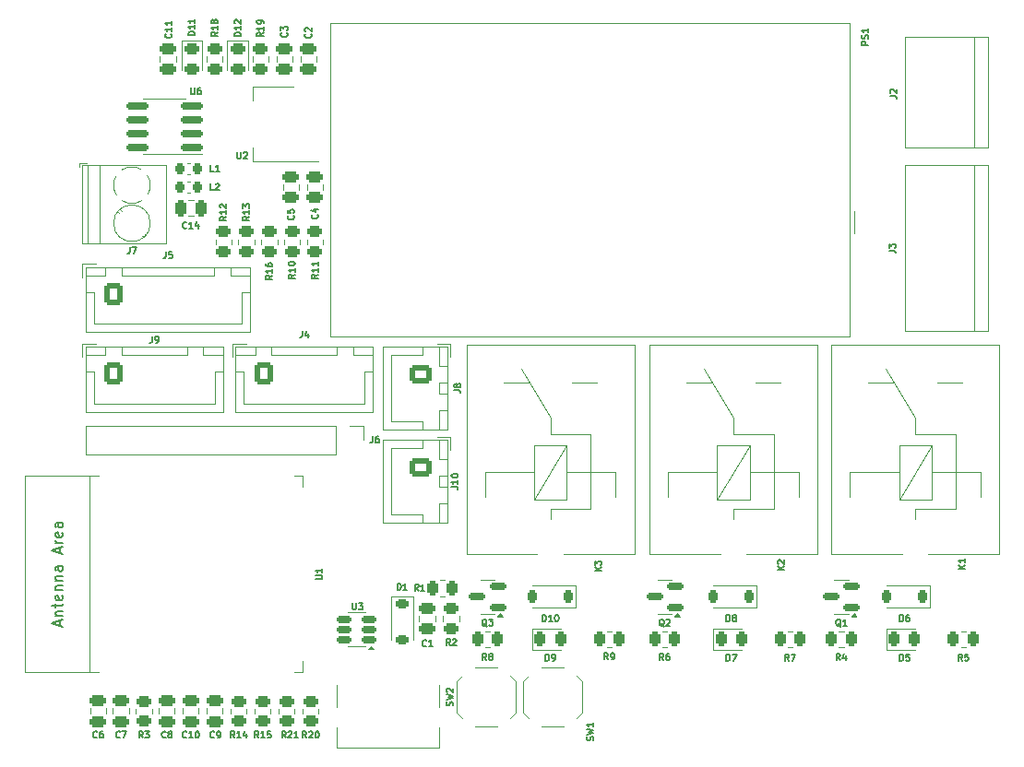
<source format=gbr>
%TF.GenerationSoftware,KiCad,Pcbnew,8.0.6*%
%TF.CreationDate,2024-11-24T17:48:57+01:00*%
%TF.ProjectId,Gaggimate,47616767-696d-4617-9465-2e6b69636164,1.0*%
%TF.SameCoordinates,Original*%
%TF.FileFunction,Legend,Top*%
%TF.FilePolarity,Positive*%
%FSLAX46Y46*%
G04 Gerber Fmt 4.6, Leading zero omitted, Abs format (unit mm)*
G04 Created by KiCad (PCBNEW 8.0.6) date 2024-11-24 17:48:57*
%MOMM*%
%LPD*%
G01*
G04 APERTURE LIST*
G04 Aperture macros list*
%AMRoundRect*
0 Rectangle with rounded corners*
0 $1 Rounding radius*
0 $2 $3 $4 $5 $6 $7 $8 $9 X,Y pos of 4 corners*
0 Add a 4 corners polygon primitive as box body*
4,1,4,$2,$3,$4,$5,$6,$7,$8,$9,$2,$3,0*
0 Add four circle primitives for the rounded corners*
1,1,$1+$1,$2,$3*
1,1,$1+$1,$4,$5*
1,1,$1+$1,$6,$7*
1,1,$1+$1,$8,$9*
0 Add four rect primitives between the rounded corners*
20,1,$1+$1,$2,$3,$4,$5,0*
20,1,$1+$1,$4,$5,$6,$7,0*
20,1,$1+$1,$6,$7,$8,$9,0*
20,1,$1+$1,$8,$9,$2,$3,0*%
G04 Aperture macros list end*
%ADD10C,0.150000*%
%ADD11C,0.120000*%
%ADD12C,0.125000*%
%ADD13C,0.187500*%
%ADD14C,0.750000*%
%ADD15C,2.500000*%
%ADD16R,1.100000X1.800000*%
%ADD17RoundRect,0.250000X-0.750000X0.600000X-0.750000X-0.600000X0.750000X-0.600000X0.750000X0.600000X0*%
%ADD18O,2.000000X1.700000*%
%ADD19RoundRect,0.250000X0.475000X-0.250000X0.475000X0.250000X-0.475000X0.250000X-0.475000X-0.250000X0*%
%ADD20RoundRect,0.150000X0.587500X0.150000X-0.587500X0.150000X-0.587500X-0.150000X0.587500X-0.150000X0*%
%ADD21R,0.900000X1.500000*%
%ADD22R,1.500000X0.900000*%
%ADD23R,0.900000X0.900000*%
%ADD24C,3.000000*%
%ADD25C,1.500000*%
%ADD26RoundRect,0.250000X-0.450000X0.262500X-0.450000X-0.262500X0.450000X-0.262500X0.450000X0.262500X0*%
%ADD27RoundRect,0.243750X-0.456250X0.243750X-0.456250X-0.243750X0.456250X-0.243750X0.456250X0.243750X0*%
%ADD28RoundRect,0.243750X-0.243750X-0.456250X0.243750X-0.456250X0.243750X0.456250X-0.243750X0.456250X0*%
%ADD29RoundRect,0.250000X-0.600000X-0.725000X0.600000X-0.725000X0.600000X0.725000X-0.600000X0.725000X0*%
%ADD30O,1.700000X1.950000*%
%ADD31RoundRect,0.150000X0.512500X0.150000X-0.512500X0.150000X-0.512500X-0.150000X0.512500X-0.150000X0*%
%ADD32R,3.000000X3.000000*%
%ADD33RoundRect,0.250000X-0.262500X-0.450000X0.262500X-0.450000X0.262500X0.450000X-0.262500X0.450000X0*%
%ADD34C,3.600000*%
%ADD35C,5.600000*%
%ADD36RoundRect,0.225000X-0.375000X0.225000X-0.375000X-0.225000X0.375000X-0.225000X0.375000X0.225000X0*%
%ADD37RoundRect,0.250000X0.262500X0.450000X-0.262500X0.450000X-0.262500X-0.450000X0.262500X-0.450000X0*%
%ADD38R,2.400000X2.400000*%
%ADD39C,2.400000*%
%ADD40RoundRect,0.225000X0.225000X0.375000X-0.225000X0.375000X-0.225000X-0.375000X0.225000X-0.375000X0*%
%ADD41RoundRect,0.150000X0.825000X0.150000X-0.825000X0.150000X-0.825000X-0.150000X0.825000X-0.150000X0*%
%ADD42RoundRect,0.250000X-0.475000X0.250000X-0.475000X-0.250000X0.475000X-0.250000X0.475000X0.250000X0*%
%ADD43C,0.650000*%
%ADD44R,0.600000X1.450000*%
%ADD45R,0.300000X1.450000*%
%ADD46O,1.000000X2.100000*%
%ADD47O,1.000000X1.600000*%
%ADD48R,2.600000X2.000000*%
%ADD49C,2.600000*%
%ADD50RoundRect,0.218750X-0.218750X-0.256250X0.218750X-0.256250X0.218750X0.256250X-0.218750X0.256250X0*%
%ADD51R,1.700000X1.700000*%
%ADD52O,1.700000X1.700000*%
%ADD53R,2.000000X1.500000*%
%ADD54R,2.000000X3.800000*%
%ADD55RoundRect,0.250000X-0.250000X-0.475000X0.250000X-0.475000X0.250000X0.475000X-0.250000X0.475000X0*%
G04 APERTURE END LIST*
D10*
X209241200Y-92700000D02*
X209269771Y-92614286D01*
X209269771Y-92614286D02*
X209269771Y-92471428D01*
X209269771Y-92471428D02*
X209241200Y-92414286D01*
X209241200Y-92414286D02*
X209212628Y-92385714D01*
X209212628Y-92385714D02*
X209155485Y-92357143D01*
X209155485Y-92357143D02*
X209098342Y-92357143D01*
X209098342Y-92357143D02*
X209041200Y-92385714D01*
X209041200Y-92385714D02*
X209012628Y-92414286D01*
X209012628Y-92414286D02*
X208984057Y-92471428D01*
X208984057Y-92471428D02*
X208955485Y-92585714D01*
X208955485Y-92585714D02*
X208926914Y-92642857D01*
X208926914Y-92642857D02*
X208898342Y-92671428D01*
X208898342Y-92671428D02*
X208841200Y-92700000D01*
X208841200Y-92700000D02*
X208784057Y-92700000D01*
X208784057Y-92700000D02*
X208726914Y-92671428D01*
X208726914Y-92671428D02*
X208698342Y-92642857D01*
X208698342Y-92642857D02*
X208669771Y-92585714D01*
X208669771Y-92585714D02*
X208669771Y-92442857D01*
X208669771Y-92442857D02*
X208698342Y-92357143D01*
X208669771Y-92157142D02*
X209269771Y-92014285D01*
X209269771Y-92014285D02*
X208841200Y-91899999D01*
X208841200Y-91899999D02*
X209269771Y-91785714D01*
X209269771Y-91785714D02*
X208669771Y-91642857D01*
X209269771Y-91100000D02*
X209269771Y-91442857D01*
X209269771Y-91271428D02*
X208669771Y-91271428D01*
X208669771Y-91271428D02*
X208755485Y-91328571D01*
X208755485Y-91328571D02*
X208812628Y-91385714D01*
X208812628Y-91385714D02*
X208841200Y-91442857D01*
X196219771Y-69385714D02*
X196648342Y-69385714D01*
X196648342Y-69385714D02*
X196734057Y-69414285D01*
X196734057Y-69414285D02*
X196791200Y-69471428D01*
X196791200Y-69471428D02*
X196819771Y-69557142D01*
X196819771Y-69557142D02*
X196819771Y-69614285D01*
X196819771Y-68785714D02*
X196819771Y-69128571D01*
X196819771Y-68957142D02*
X196219771Y-68957142D01*
X196219771Y-68957142D02*
X196305485Y-69014285D01*
X196305485Y-69014285D02*
X196362628Y-69071428D01*
X196362628Y-69071428D02*
X196391200Y-69128571D01*
X196219771Y-68414285D02*
X196219771Y-68357142D01*
X196219771Y-68357142D02*
X196248342Y-68299999D01*
X196248342Y-68299999D02*
X196276914Y-68271428D01*
X196276914Y-68271428D02*
X196334057Y-68242856D01*
X196334057Y-68242856D02*
X196448342Y-68214285D01*
X196448342Y-68214285D02*
X196591200Y-68214285D01*
X196591200Y-68214285D02*
X196705485Y-68242856D01*
X196705485Y-68242856D02*
X196762628Y-68271428D01*
X196762628Y-68271428D02*
X196791200Y-68299999D01*
X196791200Y-68299999D02*
X196819771Y-68357142D01*
X196819771Y-68357142D02*
X196819771Y-68414285D01*
X196819771Y-68414285D02*
X196791200Y-68471428D01*
X196791200Y-68471428D02*
X196762628Y-68499999D01*
X196762628Y-68499999D02*
X196705485Y-68528570D01*
X196705485Y-68528570D02*
X196591200Y-68557142D01*
X196591200Y-68557142D02*
X196448342Y-68557142D01*
X196448342Y-68557142D02*
X196334057Y-68528570D01*
X196334057Y-68528570D02*
X196276914Y-68499999D01*
X196276914Y-68499999D02*
X196248342Y-68471428D01*
X196248342Y-68471428D02*
X196219771Y-68414285D01*
X181112628Y-27699999D02*
X181141200Y-27728571D01*
X181141200Y-27728571D02*
X181169771Y-27814285D01*
X181169771Y-27814285D02*
X181169771Y-27871428D01*
X181169771Y-27871428D02*
X181141200Y-27957142D01*
X181141200Y-27957142D02*
X181084057Y-28014285D01*
X181084057Y-28014285D02*
X181026914Y-28042856D01*
X181026914Y-28042856D02*
X180912628Y-28071428D01*
X180912628Y-28071428D02*
X180826914Y-28071428D01*
X180826914Y-28071428D02*
X180712628Y-28042856D01*
X180712628Y-28042856D02*
X180655485Y-28014285D01*
X180655485Y-28014285D02*
X180598342Y-27957142D01*
X180598342Y-27957142D02*
X180569771Y-27871428D01*
X180569771Y-27871428D02*
X180569771Y-27814285D01*
X180569771Y-27814285D02*
X180598342Y-27728571D01*
X180598342Y-27728571D02*
X180626914Y-27699999D01*
X180569771Y-27499999D02*
X180569771Y-27128571D01*
X180569771Y-27128571D02*
X180798342Y-27328571D01*
X180798342Y-27328571D02*
X180798342Y-27242856D01*
X180798342Y-27242856D02*
X180826914Y-27185714D01*
X180826914Y-27185714D02*
X180855485Y-27157142D01*
X180855485Y-27157142D02*
X180912628Y-27128571D01*
X180912628Y-27128571D02*
X181055485Y-27128571D01*
X181055485Y-27128571D02*
X181112628Y-27157142D01*
X181112628Y-27157142D02*
X181141200Y-27185714D01*
X181141200Y-27185714D02*
X181169771Y-27242856D01*
X181169771Y-27242856D02*
X181169771Y-27414285D01*
X181169771Y-27414285D02*
X181141200Y-27471428D01*
X181141200Y-27471428D02*
X181112628Y-27499999D01*
X199480357Y-82226914D02*
X199423214Y-82198342D01*
X199423214Y-82198342D02*
X199366071Y-82141200D01*
X199366071Y-82141200D02*
X199280357Y-82055485D01*
X199280357Y-82055485D02*
X199223214Y-82026914D01*
X199223214Y-82026914D02*
X199166071Y-82026914D01*
X199194642Y-82169771D02*
X199137500Y-82141200D01*
X199137500Y-82141200D02*
X199080357Y-82084057D01*
X199080357Y-82084057D02*
X199051785Y-81969771D01*
X199051785Y-81969771D02*
X199051785Y-81769771D01*
X199051785Y-81769771D02*
X199080357Y-81655485D01*
X199080357Y-81655485D02*
X199137500Y-81598342D01*
X199137500Y-81598342D02*
X199194642Y-81569771D01*
X199194642Y-81569771D02*
X199308928Y-81569771D01*
X199308928Y-81569771D02*
X199366071Y-81598342D01*
X199366071Y-81598342D02*
X199423214Y-81655485D01*
X199423214Y-81655485D02*
X199451785Y-81769771D01*
X199451785Y-81769771D02*
X199451785Y-81969771D01*
X199451785Y-81969771D02*
X199423214Y-82084057D01*
X199423214Y-82084057D02*
X199366071Y-82141200D01*
X199366071Y-82141200D02*
X199308928Y-82169771D01*
X199308928Y-82169771D02*
X199194642Y-82169771D01*
X199651785Y-81569771D02*
X200023213Y-81569771D01*
X200023213Y-81569771D02*
X199823213Y-81798342D01*
X199823213Y-81798342D02*
X199908928Y-81798342D01*
X199908928Y-81798342D02*
X199966071Y-81826914D01*
X199966071Y-81826914D02*
X199994642Y-81855485D01*
X199994642Y-81855485D02*
X200023213Y-81912628D01*
X200023213Y-81912628D02*
X200023213Y-82055485D01*
X200023213Y-82055485D02*
X199994642Y-82112628D01*
X199994642Y-82112628D02*
X199966071Y-82141200D01*
X199966071Y-82141200D02*
X199908928Y-82169771D01*
X199908928Y-82169771D02*
X199737499Y-82169771D01*
X199737499Y-82169771D02*
X199680356Y-82141200D01*
X199680356Y-82141200D02*
X199651785Y-82112628D01*
X183769771Y-77857142D02*
X184255485Y-77857142D01*
X184255485Y-77857142D02*
X184312628Y-77828571D01*
X184312628Y-77828571D02*
X184341200Y-77800000D01*
X184341200Y-77800000D02*
X184369771Y-77742857D01*
X184369771Y-77742857D02*
X184369771Y-77628571D01*
X184369771Y-77628571D02*
X184341200Y-77571428D01*
X184341200Y-77571428D02*
X184312628Y-77542857D01*
X184312628Y-77542857D02*
X184255485Y-77514285D01*
X184255485Y-77514285D02*
X183769771Y-77514285D01*
X184369771Y-76914286D02*
X184369771Y-77257143D01*
X184369771Y-77085714D02*
X183769771Y-77085714D01*
X183769771Y-77085714D02*
X183855485Y-77142857D01*
X183855485Y-77142857D02*
X183912628Y-77200000D01*
X183912628Y-77200000D02*
X183941200Y-77257143D01*
X160259104Y-82161905D02*
X160259104Y-81685715D01*
X160544819Y-82257143D02*
X159544819Y-81923810D01*
X159544819Y-81923810D02*
X160544819Y-81590477D01*
X159878152Y-81257143D02*
X160544819Y-81257143D01*
X159973390Y-81257143D02*
X159925771Y-81209524D01*
X159925771Y-81209524D02*
X159878152Y-81114286D01*
X159878152Y-81114286D02*
X159878152Y-80971429D01*
X159878152Y-80971429D02*
X159925771Y-80876191D01*
X159925771Y-80876191D02*
X160021009Y-80828572D01*
X160021009Y-80828572D02*
X160544819Y-80828572D01*
X159878152Y-80495238D02*
X159878152Y-80114286D01*
X159544819Y-80352381D02*
X160401961Y-80352381D01*
X160401961Y-80352381D02*
X160497200Y-80304762D01*
X160497200Y-80304762D02*
X160544819Y-80209524D01*
X160544819Y-80209524D02*
X160544819Y-80114286D01*
X160497200Y-79400000D02*
X160544819Y-79495238D01*
X160544819Y-79495238D02*
X160544819Y-79685714D01*
X160544819Y-79685714D02*
X160497200Y-79780952D01*
X160497200Y-79780952D02*
X160401961Y-79828571D01*
X160401961Y-79828571D02*
X160021009Y-79828571D01*
X160021009Y-79828571D02*
X159925771Y-79780952D01*
X159925771Y-79780952D02*
X159878152Y-79685714D01*
X159878152Y-79685714D02*
X159878152Y-79495238D01*
X159878152Y-79495238D02*
X159925771Y-79400000D01*
X159925771Y-79400000D02*
X160021009Y-79352381D01*
X160021009Y-79352381D02*
X160116247Y-79352381D01*
X160116247Y-79352381D02*
X160211485Y-79828571D01*
X159878152Y-78923809D02*
X160544819Y-78923809D01*
X159973390Y-78923809D02*
X159925771Y-78876190D01*
X159925771Y-78876190D02*
X159878152Y-78780952D01*
X159878152Y-78780952D02*
X159878152Y-78638095D01*
X159878152Y-78638095D02*
X159925771Y-78542857D01*
X159925771Y-78542857D02*
X160021009Y-78495238D01*
X160021009Y-78495238D02*
X160544819Y-78495238D01*
X159878152Y-78019047D02*
X160544819Y-78019047D01*
X159973390Y-78019047D02*
X159925771Y-77971428D01*
X159925771Y-77971428D02*
X159878152Y-77876190D01*
X159878152Y-77876190D02*
X159878152Y-77733333D01*
X159878152Y-77733333D02*
X159925771Y-77638095D01*
X159925771Y-77638095D02*
X160021009Y-77590476D01*
X160021009Y-77590476D02*
X160544819Y-77590476D01*
X160544819Y-76685714D02*
X160021009Y-76685714D01*
X160021009Y-76685714D02*
X159925771Y-76733333D01*
X159925771Y-76733333D02*
X159878152Y-76828571D01*
X159878152Y-76828571D02*
X159878152Y-77019047D01*
X159878152Y-77019047D02*
X159925771Y-77114285D01*
X160497200Y-76685714D02*
X160544819Y-76780952D01*
X160544819Y-76780952D02*
X160544819Y-77019047D01*
X160544819Y-77019047D02*
X160497200Y-77114285D01*
X160497200Y-77114285D02*
X160401961Y-77161904D01*
X160401961Y-77161904D02*
X160306723Y-77161904D01*
X160306723Y-77161904D02*
X160211485Y-77114285D01*
X160211485Y-77114285D02*
X160163866Y-77019047D01*
X160163866Y-77019047D02*
X160163866Y-76780952D01*
X160163866Y-76780952D02*
X160116247Y-76685714D01*
X160259104Y-75495237D02*
X160259104Y-75019047D01*
X160544819Y-75590475D02*
X159544819Y-75257142D01*
X159544819Y-75257142D02*
X160544819Y-74923809D01*
X160544819Y-74590475D02*
X159878152Y-74590475D01*
X160068628Y-74590475D02*
X159973390Y-74542856D01*
X159973390Y-74542856D02*
X159925771Y-74495237D01*
X159925771Y-74495237D02*
X159878152Y-74399999D01*
X159878152Y-74399999D02*
X159878152Y-74304761D01*
X160497200Y-73590475D02*
X160544819Y-73685713D01*
X160544819Y-73685713D02*
X160544819Y-73876189D01*
X160544819Y-73876189D02*
X160497200Y-73971427D01*
X160497200Y-73971427D02*
X160401961Y-74019046D01*
X160401961Y-74019046D02*
X160021009Y-74019046D01*
X160021009Y-74019046D02*
X159925771Y-73971427D01*
X159925771Y-73971427D02*
X159878152Y-73876189D01*
X159878152Y-73876189D02*
X159878152Y-73685713D01*
X159878152Y-73685713D02*
X159925771Y-73590475D01*
X159925771Y-73590475D02*
X160021009Y-73542856D01*
X160021009Y-73542856D02*
X160116247Y-73542856D01*
X160116247Y-73542856D02*
X160211485Y-74019046D01*
X160544819Y-72685713D02*
X160021009Y-72685713D01*
X160021009Y-72685713D02*
X159925771Y-72733332D01*
X159925771Y-72733332D02*
X159878152Y-72828570D01*
X159878152Y-72828570D02*
X159878152Y-73019046D01*
X159878152Y-73019046D02*
X159925771Y-73114284D01*
X160497200Y-72685713D02*
X160544819Y-72780951D01*
X160544819Y-72780951D02*
X160544819Y-73019046D01*
X160544819Y-73019046D02*
X160497200Y-73114284D01*
X160497200Y-73114284D02*
X160401961Y-73161903D01*
X160401961Y-73161903D02*
X160306723Y-73161903D01*
X160306723Y-73161903D02*
X160211485Y-73114284D01*
X160211485Y-73114284D02*
X160163866Y-73019046D01*
X160163866Y-73019046D02*
X160163866Y-72780951D01*
X160163866Y-72780951D02*
X160116247Y-72685713D01*
X243369771Y-76942856D02*
X242769771Y-76942856D01*
X243369771Y-76599999D02*
X243026914Y-76857142D01*
X242769771Y-76599999D02*
X243112628Y-76942856D01*
X243369771Y-76028571D02*
X243369771Y-76371428D01*
X243369771Y-76199999D02*
X242769771Y-76199999D01*
X242769771Y-76199999D02*
X242855485Y-76257142D01*
X242855485Y-76257142D02*
X242912628Y-76314285D01*
X242912628Y-76314285D02*
X242941200Y-76371428D01*
X196341200Y-89500000D02*
X196369771Y-89414286D01*
X196369771Y-89414286D02*
X196369771Y-89271428D01*
X196369771Y-89271428D02*
X196341200Y-89214286D01*
X196341200Y-89214286D02*
X196312628Y-89185714D01*
X196312628Y-89185714D02*
X196255485Y-89157143D01*
X196255485Y-89157143D02*
X196198342Y-89157143D01*
X196198342Y-89157143D02*
X196141200Y-89185714D01*
X196141200Y-89185714D02*
X196112628Y-89214286D01*
X196112628Y-89214286D02*
X196084057Y-89271428D01*
X196084057Y-89271428D02*
X196055485Y-89385714D01*
X196055485Y-89385714D02*
X196026914Y-89442857D01*
X196026914Y-89442857D02*
X195998342Y-89471428D01*
X195998342Y-89471428D02*
X195941200Y-89500000D01*
X195941200Y-89500000D02*
X195884057Y-89500000D01*
X195884057Y-89500000D02*
X195826914Y-89471428D01*
X195826914Y-89471428D02*
X195798342Y-89442857D01*
X195798342Y-89442857D02*
X195769771Y-89385714D01*
X195769771Y-89385714D02*
X195769771Y-89242857D01*
X195769771Y-89242857D02*
X195798342Y-89157143D01*
X195769771Y-88957142D02*
X196369771Y-88814285D01*
X196369771Y-88814285D02*
X195941200Y-88699999D01*
X195941200Y-88699999D02*
X196369771Y-88585714D01*
X196369771Y-88585714D02*
X195769771Y-88442857D01*
X195826914Y-88242857D02*
X195798342Y-88214285D01*
X195798342Y-88214285D02*
X195769771Y-88157143D01*
X195769771Y-88157143D02*
X195769771Y-88014285D01*
X195769771Y-88014285D02*
X195798342Y-87957143D01*
X195798342Y-87957143D02*
X195826914Y-87928571D01*
X195826914Y-87928571D02*
X195884057Y-87900000D01*
X195884057Y-87900000D02*
X195941200Y-87900000D01*
X195941200Y-87900000D02*
X196026914Y-87928571D01*
X196026914Y-87928571D02*
X196369771Y-88271428D01*
X196369771Y-88271428D02*
X196369771Y-87900000D01*
X181869771Y-49885714D02*
X181584057Y-50085714D01*
X181869771Y-50228571D02*
X181269771Y-50228571D01*
X181269771Y-50228571D02*
X181269771Y-50000000D01*
X181269771Y-50000000D02*
X181298342Y-49942857D01*
X181298342Y-49942857D02*
X181326914Y-49914286D01*
X181326914Y-49914286D02*
X181384057Y-49885714D01*
X181384057Y-49885714D02*
X181469771Y-49885714D01*
X181469771Y-49885714D02*
X181526914Y-49914286D01*
X181526914Y-49914286D02*
X181555485Y-49942857D01*
X181555485Y-49942857D02*
X181584057Y-50000000D01*
X181584057Y-50000000D02*
X181584057Y-50228571D01*
X181869771Y-49314286D02*
X181869771Y-49657143D01*
X181869771Y-49485714D02*
X181269771Y-49485714D01*
X181269771Y-49485714D02*
X181355485Y-49542857D01*
X181355485Y-49542857D02*
X181412628Y-49600000D01*
X181412628Y-49600000D02*
X181441200Y-49657143D01*
X181269771Y-48942857D02*
X181269771Y-48885714D01*
X181269771Y-48885714D02*
X181298342Y-48828571D01*
X181298342Y-48828571D02*
X181326914Y-48800000D01*
X181326914Y-48800000D02*
X181384057Y-48771428D01*
X181384057Y-48771428D02*
X181498342Y-48742857D01*
X181498342Y-48742857D02*
X181641200Y-48742857D01*
X181641200Y-48742857D02*
X181755485Y-48771428D01*
X181755485Y-48771428D02*
X181812628Y-48800000D01*
X181812628Y-48800000D02*
X181841200Y-48828571D01*
X181841200Y-48828571D02*
X181869771Y-48885714D01*
X181869771Y-48885714D02*
X181869771Y-48942857D01*
X181869771Y-48942857D02*
X181841200Y-49000000D01*
X181841200Y-49000000D02*
X181812628Y-49028571D01*
X181812628Y-49028571D02*
X181755485Y-49057142D01*
X181755485Y-49057142D02*
X181641200Y-49085714D01*
X181641200Y-49085714D02*
X181498342Y-49085714D01*
X181498342Y-49085714D02*
X181384057Y-49057142D01*
X181384057Y-49057142D02*
X181326914Y-49028571D01*
X181326914Y-49028571D02*
X181298342Y-49000000D01*
X181298342Y-49000000D02*
X181269771Y-48942857D01*
X175569771Y-44585714D02*
X175284057Y-44785714D01*
X175569771Y-44928571D02*
X174969771Y-44928571D01*
X174969771Y-44928571D02*
X174969771Y-44700000D01*
X174969771Y-44700000D02*
X174998342Y-44642857D01*
X174998342Y-44642857D02*
X175026914Y-44614286D01*
X175026914Y-44614286D02*
X175084057Y-44585714D01*
X175084057Y-44585714D02*
X175169771Y-44585714D01*
X175169771Y-44585714D02*
X175226914Y-44614286D01*
X175226914Y-44614286D02*
X175255485Y-44642857D01*
X175255485Y-44642857D02*
X175284057Y-44700000D01*
X175284057Y-44700000D02*
X175284057Y-44928571D01*
X175569771Y-44014286D02*
X175569771Y-44357143D01*
X175569771Y-44185714D02*
X174969771Y-44185714D01*
X174969771Y-44185714D02*
X175055485Y-44242857D01*
X175055485Y-44242857D02*
X175112628Y-44300000D01*
X175112628Y-44300000D02*
X175141200Y-44357143D01*
X175026914Y-43785714D02*
X174998342Y-43757142D01*
X174998342Y-43757142D02*
X174969771Y-43700000D01*
X174969771Y-43700000D02*
X174969771Y-43557142D01*
X174969771Y-43557142D02*
X174998342Y-43500000D01*
X174998342Y-43500000D02*
X175026914Y-43471428D01*
X175026914Y-43471428D02*
X175084057Y-43442857D01*
X175084057Y-43442857D02*
X175141200Y-43442857D01*
X175141200Y-43442857D02*
X175226914Y-43471428D01*
X175226914Y-43471428D02*
X175569771Y-43814285D01*
X175569771Y-43814285D02*
X175569771Y-43442857D01*
X176892271Y-27988571D02*
X176292271Y-27988571D01*
X176292271Y-27988571D02*
X176292271Y-27845714D01*
X176292271Y-27845714D02*
X176320842Y-27760000D01*
X176320842Y-27760000D02*
X176377985Y-27702857D01*
X176377985Y-27702857D02*
X176435128Y-27674286D01*
X176435128Y-27674286D02*
X176549414Y-27645714D01*
X176549414Y-27645714D02*
X176635128Y-27645714D01*
X176635128Y-27645714D02*
X176749414Y-27674286D01*
X176749414Y-27674286D02*
X176806557Y-27702857D01*
X176806557Y-27702857D02*
X176863700Y-27760000D01*
X176863700Y-27760000D02*
X176892271Y-27845714D01*
X176892271Y-27845714D02*
X176892271Y-27988571D01*
X176892271Y-27074286D02*
X176892271Y-27417143D01*
X176892271Y-27245714D02*
X176292271Y-27245714D01*
X176292271Y-27245714D02*
X176377985Y-27302857D01*
X176377985Y-27302857D02*
X176435128Y-27360000D01*
X176435128Y-27360000D02*
X176463700Y-27417143D01*
X176349414Y-26845714D02*
X176320842Y-26817142D01*
X176320842Y-26817142D02*
X176292271Y-26760000D01*
X176292271Y-26760000D02*
X176292271Y-26617142D01*
X176292271Y-26617142D02*
X176320842Y-26560000D01*
X176320842Y-26560000D02*
X176349414Y-26531428D01*
X176349414Y-26531428D02*
X176406557Y-26502857D01*
X176406557Y-26502857D02*
X176463700Y-26502857D01*
X176463700Y-26502857D02*
X176549414Y-26531428D01*
X176549414Y-26531428D02*
X176892271Y-26874285D01*
X176892271Y-26874285D02*
X176892271Y-26502857D01*
X237357143Y-85369771D02*
X237357143Y-84769771D01*
X237357143Y-84769771D02*
X237500000Y-84769771D01*
X237500000Y-84769771D02*
X237585714Y-84798342D01*
X237585714Y-84798342D02*
X237642857Y-84855485D01*
X237642857Y-84855485D02*
X237671428Y-84912628D01*
X237671428Y-84912628D02*
X237700000Y-85026914D01*
X237700000Y-85026914D02*
X237700000Y-85112628D01*
X237700000Y-85112628D02*
X237671428Y-85226914D01*
X237671428Y-85226914D02*
X237642857Y-85284057D01*
X237642857Y-85284057D02*
X237585714Y-85341200D01*
X237585714Y-85341200D02*
X237500000Y-85369771D01*
X237500000Y-85369771D02*
X237357143Y-85369771D01*
X238242857Y-84769771D02*
X237957143Y-84769771D01*
X237957143Y-84769771D02*
X237928571Y-85055485D01*
X237928571Y-85055485D02*
X237957143Y-85026914D01*
X237957143Y-85026914D02*
X238014286Y-84998342D01*
X238014286Y-84998342D02*
X238157143Y-84998342D01*
X238157143Y-84998342D02*
X238214286Y-85026914D01*
X238214286Y-85026914D02*
X238242857Y-85055485D01*
X238242857Y-85055485D02*
X238271428Y-85112628D01*
X238271428Y-85112628D02*
X238271428Y-85255485D01*
X238271428Y-85255485D02*
X238242857Y-85312628D01*
X238242857Y-85312628D02*
X238214286Y-85341200D01*
X238214286Y-85341200D02*
X238157143Y-85369771D01*
X238157143Y-85369771D02*
X238014286Y-85369771D01*
X238014286Y-85369771D02*
X237957143Y-85341200D01*
X237957143Y-85341200D02*
X237928571Y-85312628D01*
X170482628Y-27785714D02*
X170511200Y-27814286D01*
X170511200Y-27814286D02*
X170539771Y-27900000D01*
X170539771Y-27900000D02*
X170539771Y-27957143D01*
X170539771Y-27957143D02*
X170511200Y-28042857D01*
X170511200Y-28042857D02*
X170454057Y-28100000D01*
X170454057Y-28100000D02*
X170396914Y-28128571D01*
X170396914Y-28128571D02*
X170282628Y-28157143D01*
X170282628Y-28157143D02*
X170196914Y-28157143D01*
X170196914Y-28157143D02*
X170082628Y-28128571D01*
X170082628Y-28128571D02*
X170025485Y-28100000D01*
X170025485Y-28100000D02*
X169968342Y-28042857D01*
X169968342Y-28042857D02*
X169939771Y-27957143D01*
X169939771Y-27957143D02*
X169939771Y-27900000D01*
X169939771Y-27900000D02*
X169968342Y-27814286D01*
X169968342Y-27814286D02*
X169996914Y-27785714D01*
X170539771Y-27214286D02*
X170539771Y-27557143D01*
X170539771Y-27385714D02*
X169939771Y-27385714D01*
X169939771Y-27385714D02*
X170025485Y-27442857D01*
X170025485Y-27442857D02*
X170082628Y-27500000D01*
X170082628Y-27500000D02*
X170111200Y-27557143D01*
X170539771Y-26642857D02*
X170539771Y-26985714D01*
X170539771Y-26814285D02*
X169939771Y-26814285D01*
X169939771Y-26814285D02*
X170025485Y-26871428D01*
X170025485Y-26871428D02*
X170082628Y-26928571D01*
X170082628Y-26928571D02*
X170111200Y-26985714D01*
X168749999Y-55569771D02*
X168749999Y-55998342D01*
X168749999Y-55998342D02*
X168721428Y-56084057D01*
X168721428Y-56084057D02*
X168664285Y-56141200D01*
X168664285Y-56141200D02*
X168578571Y-56169771D01*
X168578571Y-56169771D02*
X168521428Y-56169771D01*
X169064285Y-56169771D02*
X169178571Y-56169771D01*
X169178571Y-56169771D02*
X169235714Y-56141200D01*
X169235714Y-56141200D02*
X169264285Y-56112628D01*
X169264285Y-56112628D02*
X169321428Y-56026914D01*
X169321428Y-56026914D02*
X169349999Y-55912628D01*
X169349999Y-55912628D02*
X169349999Y-55684057D01*
X169349999Y-55684057D02*
X169321428Y-55626914D01*
X169321428Y-55626914D02*
X169292857Y-55598342D01*
X169292857Y-55598342D02*
X169235714Y-55569771D01*
X169235714Y-55569771D02*
X169121428Y-55569771D01*
X169121428Y-55569771D02*
X169064285Y-55598342D01*
X169064285Y-55598342D02*
X169035714Y-55626914D01*
X169035714Y-55626914D02*
X169007142Y-55684057D01*
X169007142Y-55684057D02*
X169007142Y-55826914D01*
X169007142Y-55826914D02*
X169035714Y-55884057D01*
X169035714Y-55884057D02*
X169064285Y-55912628D01*
X169064285Y-55912628D02*
X169121428Y-55941200D01*
X169121428Y-55941200D02*
X169235714Y-55941200D01*
X169235714Y-55941200D02*
X169292857Y-55912628D01*
X169292857Y-55912628D02*
X169321428Y-55884057D01*
X169321428Y-55884057D02*
X169349999Y-55826914D01*
X187142857Y-80069771D02*
X187142857Y-80555485D01*
X187142857Y-80555485D02*
X187171428Y-80612628D01*
X187171428Y-80612628D02*
X187200000Y-80641200D01*
X187200000Y-80641200D02*
X187257142Y-80669771D01*
X187257142Y-80669771D02*
X187371428Y-80669771D01*
X187371428Y-80669771D02*
X187428571Y-80641200D01*
X187428571Y-80641200D02*
X187457142Y-80612628D01*
X187457142Y-80612628D02*
X187485714Y-80555485D01*
X187485714Y-80555485D02*
X187485714Y-80069771D01*
X187714285Y-80069771D02*
X188085713Y-80069771D01*
X188085713Y-80069771D02*
X187885713Y-80298342D01*
X187885713Y-80298342D02*
X187971428Y-80298342D01*
X187971428Y-80298342D02*
X188028571Y-80326914D01*
X188028571Y-80326914D02*
X188057142Y-80355485D01*
X188057142Y-80355485D02*
X188085713Y-80412628D01*
X188085713Y-80412628D02*
X188085713Y-80555485D01*
X188085713Y-80555485D02*
X188057142Y-80612628D01*
X188057142Y-80612628D02*
X188028571Y-80641200D01*
X188028571Y-80641200D02*
X187971428Y-80669771D01*
X187971428Y-80669771D02*
X187799999Y-80669771D01*
X187799999Y-80669771D02*
X187742856Y-80641200D01*
X187742856Y-80641200D02*
X187714285Y-80612628D01*
X236369771Y-47700000D02*
X236798342Y-47700000D01*
X236798342Y-47700000D02*
X236884057Y-47728571D01*
X236884057Y-47728571D02*
X236941200Y-47785714D01*
X236941200Y-47785714D02*
X236969771Y-47871428D01*
X236969771Y-47871428D02*
X236969771Y-47928571D01*
X236369771Y-47471428D02*
X236369771Y-47100000D01*
X236369771Y-47100000D02*
X236598342Y-47300000D01*
X236598342Y-47300000D02*
X236598342Y-47214285D01*
X236598342Y-47214285D02*
X236626914Y-47157143D01*
X236626914Y-47157143D02*
X236655485Y-47128571D01*
X236655485Y-47128571D02*
X236712628Y-47100000D01*
X236712628Y-47100000D02*
X236855485Y-47100000D01*
X236855485Y-47100000D02*
X236912628Y-47128571D01*
X236912628Y-47128571D02*
X236941200Y-47157143D01*
X236941200Y-47157143D02*
X236969771Y-47214285D01*
X236969771Y-47214285D02*
X236969771Y-47385714D01*
X236969771Y-47385714D02*
X236941200Y-47442857D01*
X236941200Y-47442857D02*
X236912628Y-47471428D01*
X209969771Y-77142856D02*
X209369771Y-77142856D01*
X209969771Y-76799999D02*
X209626914Y-77057142D01*
X209369771Y-76799999D02*
X209712628Y-77142856D01*
X209369771Y-76599999D02*
X209369771Y-76228571D01*
X209369771Y-76228571D02*
X209598342Y-76428571D01*
X209598342Y-76428571D02*
X209598342Y-76342856D01*
X209598342Y-76342856D02*
X209626914Y-76285714D01*
X209626914Y-76285714D02*
X209655485Y-76257142D01*
X209655485Y-76257142D02*
X209712628Y-76228571D01*
X209712628Y-76228571D02*
X209855485Y-76228571D01*
X209855485Y-76228571D02*
X209912628Y-76257142D01*
X209912628Y-76257142D02*
X209941200Y-76285714D01*
X209941200Y-76285714D02*
X209969771Y-76342856D01*
X209969771Y-76342856D02*
X209969771Y-76514285D01*
X209969771Y-76514285D02*
X209941200Y-76571428D01*
X209941200Y-76571428D02*
X209912628Y-76599999D01*
X169999999Y-47819771D02*
X169999999Y-48248342D01*
X169999999Y-48248342D02*
X169971428Y-48334057D01*
X169971428Y-48334057D02*
X169914285Y-48391200D01*
X169914285Y-48391200D02*
X169828571Y-48419771D01*
X169828571Y-48419771D02*
X169771428Y-48419771D01*
X170571428Y-47819771D02*
X170285714Y-47819771D01*
X170285714Y-47819771D02*
X170257142Y-48105485D01*
X170257142Y-48105485D02*
X170285714Y-48076914D01*
X170285714Y-48076914D02*
X170342857Y-48048342D01*
X170342857Y-48048342D02*
X170485714Y-48048342D01*
X170485714Y-48048342D02*
X170542857Y-48076914D01*
X170542857Y-48076914D02*
X170571428Y-48105485D01*
X170571428Y-48105485D02*
X170599999Y-48162628D01*
X170599999Y-48162628D02*
X170599999Y-48305485D01*
X170599999Y-48305485D02*
X170571428Y-48362628D01*
X170571428Y-48362628D02*
X170542857Y-48391200D01*
X170542857Y-48391200D02*
X170485714Y-48419771D01*
X170485714Y-48419771D02*
X170342857Y-48419771D01*
X170342857Y-48419771D02*
X170285714Y-48391200D01*
X170285714Y-48391200D02*
X170257142Y-48362628D01*
X210600000Y-85269771D02*
X210400000Y-84984057D01*
X210257143Y-85269771D02*
X210257143Y-84669771D01*
X210257143Y-84669771D02*
X210485714Y-84669771D01*
X210485714Y-84669771D02*
X210542857Y-84698342D01*
X210542857Y-84698342D02*
X210571428Y-84726914D01*
X210571428Y-84726914D02*
X210600000Y-84784057D01*
X210600000Y-84784057D02*
X210600000Y-84869771D01*
X210600000Y-84869771D02*
X210571428Y-84926914D01*
X210571428Y-84926914D02*
X210542857Y-84955485D01*
X210542857Y-84955485D02*
X210485714Y-84984057D01*
X210485714Y-84984057D02*
X210257143Y-84984057D01*
X210885714Y-85269771D02*
X211000000Y-85269771D01*
X211000000Y-85269771D02*
X211057143Y-85241200D01*
X211057143Y-85241200D02*
X211085714Y-85212628D01*
X211085714Y-85212628D02*
X211142857Y-85126914D01*
X211142857Y-85126914D02*
X211171428Y-85012628D01*
X211171428Y-85012628D02*
X211171428Y-84784057D01*
X211171428Y-84784057D02*
X211142857Y-84726914D01*
X211142857Y-84726914D02*
X211114286Y-84698342D01*
X211114286Y-84698342D02*
X211057143Y-84669771D01*
X211057143Y-84669771D02*
X210942857Y-84669771D01*
X210942857Y-84669771D02*
X210885714Y-84698342D01*
X210885714Y-84698342D02*
X210857143Y-84726914D01*
X210857143Y-84726914D02*
X210828571Y-84784057D01*
X210828571Y-84784057D02*
X210828571Y-84926914D01*
X210828571Y-84926914D02*
X210857143Y-84984057D01*
X210857143Y-84984057D02*
X210885714Y-85012628D01*
X210885714Y-85012628D02*
X210942857Y-85041200D01*
X210942857Y-85041200D02*
X211057143Y-85041200D01*
X211057143Y-85041200D02*
X211114286Y-85012628D01*
X211114286Y-85012628D02*
X211142857Y-84984057D01*
X211142857Y-84984057D02*
X211171428Y-84926914D01*
X215742857Y-82226914D02*
X215685714Y-82198342D01*
X215685714Y-82198342D02*
X215628571Y-82141200D01*
X215628571Y-82141200D02*
X215542857Y-82055485D01*
X215542857Y-82055485D02*
X215485714Y-82026914D01*
X215485714Y-82026914D02*
X215428571Y-82026914D01*
X215457142Y-82169771D02*
X215400000Y-82141200D01*
X215400000Y-82141200D02*
X215342857Y-82084057D01*
X215342857Y-82084057D02*
X215314285Y-81969771D01*
X215314285Y-81969771D02*
X215314285Y-81769771D01*
X215314285Y-81769771D02*
X215342857Y-81655485D01*
X215342857Y-81655485D02*
X215400000Y-81598342D01*
X215400000Y-81598342D02*
X215457142Y-81569771D01*
X215457142Y-81569771D02*
X215571428Y-81569771D01*
X215571428Y-81569771D02*
X215628571Y-81598342D01*
X215628571Y-81598342D02*
X215685714Y-81655485D01*
X215685714Y-81655485D02*
X215714285Y-81769771D01*
X215714285Y-81769771D02*
X215714285Y-81969771D01*
X215714285Y-81969771D02*
X215685714Y-82084057D01*
X215685714Y-82084057D02*
X215628571Y-82141200D01*
X215628571Y-82141200D02*
X215571428Y-82169771D01*
X215571428Y-82169771D02*
X215457142Y-82169771D01*
X215942856Y-81626914D02*
X215971428Y-81598342D01*
X215971428Y-81598342D02*
X216028571Y-81569771D01*
X216028571Y-81569771D02*
X216171428Y-81569771D01*
X216171428Y-81569771D02*
X216228571Y-81598342D01*
X216228571Y-81598342D02*
X216257142Y-81626914D01*
X216257142Y-81626914D02*
X216285713Y-81684057D01*
X216285713Y-81684057D02*
X216285713Y-81741200D01*
X216285713Y-81741200D02*
X216257142Y-81826914D01*
X216257142Y-81826914D02*
X215914285Y-82169771D01*
X215914285Y-82169771D02*
X216285713Y-82169771D01*
X191257143Y-78869771D02*
X191257143Y-78269771D01*
X191257143Y-78269771D02*
X191400000Y-78269771D01*
X191400000Y-78269771D02*
X191485714Y-78298342D01*
X191485714Y-78298342D02*
X191542857Y-78355485D01*
X191542857Y-78355485D02*
X191571428Y-78412628D01*
X191571428Y-78412628D02*
X191600000Y-78526914D01*
X191600000Y-78526914D02*
X191600000Y-78612628D01*
X191600000Y-78612628D02*
X191571428Y-78726914D01*
X191571428Y-78726914D02*
X191542857Y-78784057D01*
X191542857Y-78784057D02*
X191485714Y-78841200D01*
X191485714Y-78841200D02*
X191400000Y-78869771D01*
X191400000Y-78869771D02*
X191257143Y-78869771D01*
X192171428Y-78869771D02*
X191828571Y-78869771D01*
X192000000Y-78869771D02*
X192000000Y-78269771D01*
X192000000Y-78269771D02*
X191942857Y-78355485D01*
X191942857Y-78355485D02*
X191885714Y-78412628D01*
X191885714Y-78412628D02*
X191828571Y-78441200D01*
X174450000Y-92412628D02*
X174421428Y-92441200D01*
X174421428Y-92441200D02*
X174335714Y-92469771D01*
X174335714Y-92469771D02*
X174278571Y-92469771D01*
X174278571Y-92469771D02*
X174192857Y-92441200D01*
X174192857Y-92441200D02*
X174135714Y-92384057D01*
X174135714Y-92384057D02*
X174107143Y-92326914D01*
X174107143Y-92326914D02*
X174078571Y-92212628D01*
X174078571Y-92212628D02*
X174078571Y-92126914D01*
X174078571Y-92126914D02*
X174107143Y-92012628D01*
X174107143Y-92012628D02*
X174135714Y-91955485D01*
X174135714Y-91955485D02*
X174192857Y-91898342D01*
X174192857Y-91898342D02*
X174278571Y-91869771D01*
X174278571Y-91869771D02*
X174335714Y-91869771D01*
X174335714Y-91869771D02*
X174421428Y-91898342D01*
X174421428Y-91898342D02*
X174450000Y-91926914D01*
X174735714Y-92469771D02*
X174850000Y-92469771D01*
X174850000Y-92469771D02*
X174907143Y-92441200D01*
X174907143Y-92441200D02*
X174935714Y-92412628D01*
X174935714Y-92412628D02*
X174992857Y-92326914D01*
X174992857Y-92326914D02*
X175021428Y-92212628D01*
X175021428Y-92212628D02*
X175021428Y-91984057D01*
X175021428Y-91984057D02*
X174992857Y-91926914D01*
X174992857Y-91926914D02*
X174964286Y-91898342D01*
X174964286Y-91898342D02*
X174907143Y-91869771D01*
X174907143Y-91869771D02*
X174792857Y-91869771D01*
X174792857Y-91869771D02*
X174735714Y-91898342D01*
X174735714Y-91898342D02*
X174707143Y-91926914D01*
X174707143Y-91926914D02*
X174678571Y-91984057D01*
X174678571Y-91984057D02*
X174678571Y-92126914D01*
X174678571Y-92126914D02*
X174707143Y-92184057D01*
X174707143Y-92184057D02*
X174735714Y-92212628D01*
X174735714Y-92212628D02*
X174792857Y-92241200D01*
X174792857Y-92241200D02*
X174907143Y-92241200D01*
X174907143Y-92241200D02*
X174964286Y-92212628D01*
X174964286Y-92212628D02*
X174992857Y-92184057D01*
X174992857Y-92184057D02*
X175021428Y-92126914D01*
X178969771Y-27680714D02*
X178684057Y-27880714D01*
X178969771Y-28023571D02*
X178369771Y-28023571D01*
X178369771Y-28023571D02*
X178369771Y-27795000D01*
X178369771Y-27795000D02*
X178398342Y-27737857D01*
X178398342Y-27737857D02*
X178426914Y-27709286D01*
X178426914Y-27709286D02*
X178484057Y-27680714D01*
X178484057Y-27680714D02*
X178569771Y-27680714D01*
X178569771Y-27680714D02*
X178626914Y-27709286D01*
X178626914Y-27709286D02*
X178655485Y-27737857D01*
X178655485Y-27737857D02*
X178684057Y-27795000D01*
X178684057Y-27795000D02*
X178684057Y-28023571D01*
X178969771Y-27109286D02*
X178969771Y-27452143D01*
X178969771Y-27280714D02*
X178369771Y-27280714D01*
X178369771Y-27280714D02*
X178455485Y-27337857D01*
X178455485Y-27337857D02*
X178512628Y-27395000D01*
X178512628Y-27395000D02*
X178541200Y-27452143D01*
X178969771Y-26823571D02*
X178969771Y-26709285D01*
X178969771Y-26709285D02*
X178941200Y-26652142D01*
X178941200Y-26652142D02*
X178912628Y-26623571D01*
X178912628Y-26623571D02*
X178826914Y-26566428D01*
X178826914Y-26566428D02*
X178712628Y-26537857D01*
X178712628Y-26537857D02*
X178484057Y-26537857D01*
X178484057Y-26537857D02*
X178426914Y-26566428D01*
X178426914Y-26566428D02*
X178398342Y-26595000D01*
X178398342Y-26595000D02*
X178369771Y-26652142D01*
X178369771Y-26652142D02*
X178369771Y-26766428D01*
X178369771Y-26766428D02*
X178398342Y-26823571D01*
X178398342Y-26823571D02*
X178426914Y-26852142D01*
X178426914Y-26852142D02*
X178484057Y-26880714D01*
X178484057Y-26880714D02*
X178626914Y-26880714D01*
X178626914Y-26880714D02*
X178684057Y-26852142D01*
X178684057Y-26852142D02*
X178712628Y-26823571D01*
X178712628Y-26823571D02*
X178741200Y-26766428D01*
X178741200Y-26766428D02*
X178741200Y-26652142D01*
X178741200Y-26652142D02*
X178712628Y-26595000D01*
X178712628Y-26595000D02*
X178684057Y-26566428D01*
X178684057Y-26566428D02*
X178626914Y-26537857D01*
X227200000Y-85369771D02*
X227000000Y-85084057D01*
X226857143Y-85369771D02*
X226857143Y-84769771D01*
X226857143Y-84769771D02*
X227085714Y-84769771D01*
X227085714Y-84769771D02*
X227142857Y-84798342D01*
X227142857Y-84798342D02*
X227171428Y-84826914D01*
X227171428Y-84826914D02*
X227200000Y-84884057D01*
X227200000Y-84884057D02*
X227200000Y-84969771D01*
X227200000Y-84969771D02*
X227171428Y-85026914D01*
X227171428Y-85026914D02*
X227142857Y-85055485D01*
X227142857Y-85055485D02*
X227085714Y-85084057D01*
X227085714Y-85084057D02*
X226857143Y-85084057D01*
X227400000Y-84769771D02*
X227800000Y-84769771D01*
X227800000Y-84769771D02*
X227542857Y-85369771D01*
X231900000Y-85319771D02*
X231700000Y-85034057D01*
X231557143Y-85319771D02*
X231557143Y-84719771D01*
X231557143Y-84719771D02*
X231785714Y-84719771D01*
X231785714Y-84719771D02*
X231842857Y-84748342D01*
X231842857Y-84748342D02*
X231871428Y-84776914D01*
X231871428Y-84776914D02*
X231900000Y-84834057D01*
X231900000Y-84834057D02*
X231900000Y-84919771D01*
X231900000Y-84919771D02*
X231871428Y-84976914D01*
X231871428Y-84976914D02*
X231842857Y-85005485D01*
X231842857Y-85005485D02*
X231785714Y-85034057D01*
X231785714Y-85034057D02*
X231557143Y-85034057D01*
X232414286Y-84919771D02*
X232414286Y-85319771D01*
X232271428Y-84691200D02*
X232128571Y-85119771D01*
X232128571Y-85119771D02*
X232500000Y-85119771D01*
X199437500Y-85319771D02*
X199237500Y-85034057D01*
X199094643Y-85319771D02*
X199094643Y-84719771D01*
X199094643Y-84719771D02*
X199323214Y-84719771D01*
X199323214Y-84719771D02*
X199380357Y-84748342D01*
X199380357Y-84748342D02*
X199408928Y-84776914D01*
X199408928Y-84776914D02*
X199437500Y-84834057D01*
X199437500Y-84834057D02*
X199437500Y-84919771D01*
X199437500Y-84919771D02*
X199408928Y-84976914D01*
X199408928Y-84976914D02*
X199380357Y-85005485D01*
X199380357Y-85005485D02*
X199323214Y-85034057D01*
X199323214Y-85034057D02*
X199094643Y-85034057D01*
X199780357Y-84976914D02*
X199723214Y-84948342D01*
X199723214Y-84948342D02*
X199694643Y-84919771D01*
X199694643Y-84919771D02*
X199666071Y-84862628D01*
X199666071Y-84862628D02*
X199666071Y-84834057D01*
X199666071Y-84834057D02*
X199694643Y-84776914D01*
X199694643Y-84776914D02*
X199723214Y-84748342D01*
X199723214Y-84748342D02*
X199780357Y-84719771D01*
X199780357Y-84719771D02*
X199894643Y-84719771D01*
X199894643Y-84719771D02*
X199951786Y-84748342D01*
X199951786Y-84748342D02*
X199980357Y-84776914D01*
X199980357Y-84776914D02*
X200008928Y-84834057D01*
X200008928Y-84834057D02*
X200008928Y-84862628D01*
X200008928Y-84862628D02*
X199980357Y-84919771D01*
X199980357Y-84919771D02*
X199951786Y-84948342D01*
X199951786Y-84948342D02*
X199894643Y-84976914D01*
X199894643Y-84976914D02*
X199780357Y-84976914D01*
X199780357Y-84976914D02*
X199723214Y-85005485D01*
X199723214Y-85005485D02*
X199694643Y-85034057D01*
X199694643Y-85034057D02*
X199666071Y-85091200D01*
X199666071Y-85091200D02*
X199666071Y-85205485D01*
X199666071Y-85205485D02*
X199694643Y-85262628D01*
X199694643Y-85262628D02*
X199723214Y-85291200D01*
X199723214Y-85291200D02*
X199780357Y-85319771D01*
X199780357Y-85319771D02*
X199894643Y-85319771D01*
X199894643Y-85319771D02*
X199951786Y-85291200D01*
X199951786Y-85291200D02*
X199980357Y-85262628D01*
X199980357Y-85262628D02*
X200008928Y-85205485D01*
X200008928Y-85205485D02*
X200008928Y-85091200D01*
X200008928Y-85091200D02*
X199980357Y-85034057D01*
X199980357Y-85034057D02*
X199951786Y-85005485D01*
X199951786Y-85005485D02*
X199894643Y-84976914D01*
X178514285Y-92469771D02*
X178314285Y-92184057D01*
X178171428Y-92469771D02*
X178171428Y-91869771D01*
X178171428Y-91869771D02*
X178399999Y-91869771D01*
X178399999Y-91869771D02*
X178457142Y-91898342D01*
X178457142Y-91898342D02*
X178485713Y-91926914D01*
X178485713Y-91926914D02*
X178514285Y-91984057D01*
X178514285Y-91984057D02*
X178514285Y-92069771D01*
X178514285Y-92069771D02*
X178485713Y-92126914D01*
X178485713Y-92126914D02*
X178457142Y-92155485D01*
X178457142Y-92155485D02*
X178399999Y-92184057D01*
X178399999Y-92184057D02*
X178171428Y-92184057D01*
X179085713Y-92469771D02*
X178742856Y-92469771D01*
X178914285Y-92469771D02*
X178914285Y-91869771D01*
X178914285Y-91869771D02*
X178857142Y-91955485D01*
X178857142Y-91955485D02*
X178799999Y-92012628D01*
X178799999Y-92012628D02*
X178742856Y-92041200D01*
X179628571Y-91869771D02*
X179342857Y-91869771D01*
X179342857Y-91869771D02*
X179314285Y-92155485D01*
X179314285Y-92155485D02*
X179342857Y-92126914D01*
X179342857Y-92126914D02*
X179400000Y-92098342D01*
X179400000Y-92098342D02*
X179542857Y-92098342D01*
X179542857Y-92098342D02*
X179600000Y-92126914D01*
X179600000Y-92126914D02*
X179628571Y-92155485D01*
X179628571Y-92155485D02*
X179657142Y-92212628D01*
X179657142Y-92212628D02*
X179657142Y-92355485D01*
X179657142Y-92355485D02*
X179628571Y-92412628D01*
X179628571Y-92412628D02*
X179600000Y-92441200D01*
X179600000Y-92441200D02*
X179542857Y-92469771D01*
X179542857Y-92469771D02*
X179400000Y-92469771D01*
X179400000Y-92469771D02*
X179342857Y-92441200D01*
X179342857Y-92441200D02*
X179314285Y-92412628D01*
X166699999Y-47369771D02*
X166699999Y-47798342D01*
X166699999Y-47798342D02*
X166671428Y-47884057D01*
X166671428Y-47884057D02*
X166614285Y-47941200D01*
X166614285Y-47941200D02*
X166528571Y-47969771D01*
X166528571Y-47969771D02*
X166471428Y-47969771D01*
X166928571Y-47369771D02*
X167328571Y-47369771D01*
X167328571Y-47369771D02*
X167071428Y-47969771D01*
X221457143Y-81769771D02*
X221457143Y-81169771D01*
X221457143Y-81169771D02*
X221600000Y-81169771D01*
X221600000Y-81169771D02*
X221685714Y-81198342D01*
X221685714Y-81198342D02*
X221742857Y-81255485D01*
X221742857Y-81255485D02*
X221771428Y-81312628D01*
X221771428Y-81312628D02*
X221800000Y-81426914D01*
X221800000Y-81426914D02*
X221800000Y-81512628D01*
X221800000Y-81512628D02*
X221771428Y-81626914D01*
X221771428Y-81626914D02*
X221742857Y-81684057D01*
X221742857Y-81684057D02*
X221685714Y-81741200D01*
X221685714Y-81741200D02*
X221600000Y-81769771D01*
X221600000Y-81769771D02*
X221457143Y-81769771D01*
X222142857Y-81426914D02*
X222085714Y-81398342D01*
X222085714Y-81398342D02*
X222057143Y-81369771D01*
X222057143Y-81369771D02*
X222028571Y-81312628D01*
X222028571Y-81312628D02*
X222028571Y-81284057D01*
X222028571Y-81284057D02*
X222057143Y-81226914D01*
X222057143Y-81226914D02*
X222085714Y-81198342D01*
X222085714Y-81198342D02*
X222142857Y-81169771D01*
X222142857Y-81169771D02*
X222257143Y-81169771D01*
X222257143Y-81169771D02*
X222314286Y-81198342D01*
X222314286Y-81198342D02*
X222342857Y-81226914D01*
X222342857Y-81226914D02*
X222371428Y-81284057D01*
X222371428Y-81284057D02*
X222371428Y-81312628D01*
X222371428Y-81312628D02*
X222342857Y-81369771D01*
X222342857Y-81369771D02*
X222314286Y-81398342D01*
X222314286Y-81398342D02*
X222257143Y-81426914D01*
X222257143Y-81426914D02*
X222142857Y-81426914D01*
X222142857Y-81426914D02*
X222085714Y-81455485D01*
X222085714Y-81455485D02*
X222057143Y-81484057D01*
X222057143Y-81484057D02*
X222028571Y-81541200D01*
X222028571Y-81541200D02*
X222028571Y-81655485D01*
X222028571Y-81655485D02*
X222057143Y-81712628D01*
X222057143Y-81712628D02*
X222085714Y-81741200D01*
X222085714Y-81741200D02*
X222142857Y-81769771D01*
X222142857Y-81769771D02*
X222257143Y-81769771D01*
X222257143Y-81769771D02*
X222314286Y-81741200D01*
X222314286Y-81741200D02*
X222342857Y-81712628D01*
X222342857Y-81712628D02*
X222371428Y-81655485D01*
X222371428Y-81655485D02*
X222371428Y-81541200D01*
X222371428Y-81541200D02*
X222342857Y-81484057D01*
X222342857Y-81484057D02*
X222314286Y-81455485D01*
X222314286Y-81455485D02*
X222257143Y-81426914D01*
X172317857Y-32756472D02*
X172317857Y-33242186D01*
X172317857Y-33242186D02*
X172346428Y-33299329D01*
X172346428Y-33299329D02*
X172375000Y-33327901D01*
X172375000Y-33327901D02*
X172432142Y-33356472D01*
X172432142Y-33356472D02*
X172546428Y-33356472D01*
X172546428Y-33356472D02*
X172603571Y-33327901D01*
X172603571Y-33327901D02*
X172632142Y-33299329D01*
X172632142Y-33299329D02*
X172660714Y-33242186D01*
X172660714Y-33242186D02*
X172660714Y-32756472D01*
X173203571Y-32756472D02*
X173089285Y-32756472D01*
X173089285Y-32756472D02*
X173032142Y-32785043D01*
X173032142Y-32785043D02*
X173003571Y-32813615D01*
X173003571Y-32813615D02*
X172946428Y-32899329D01*
X172946428Y-32899329D02*
X172917856Y-33013615D01*
X172917856Y-33013615D02*
X172917856Y-33242186D01*
X172917856Y-33242186D02*
X172946428Y-33299329D01*
X172946428Y-33299329D02*
X172974999Y-33327901D01*
X172974999Y-33327901D02*
X173032142Y-33356472D01*
X173032142Y-33356472D02*
X173146428Y-33356472D01*
X173146428Y-33356472D02*
X173203571Y-33327901D01*
X173203571Y-33327901D02*
X173232142Y-33299329D01*
X173232142Y-33299329D02*
X173260713Y-33242186D01*
X173260713Y-33242186D02*
X173260713Y-33099329D01*
X173260713Y-33099329D02*
X173232142Y-33042186D01*
X173232142Y-33042186D02*
X173203571Y-33013615D01*
X173203571Y-33013615D02*
X173146428Y-32985043D01*
X173146428Y-32985043D02*
X173032142Y-32985043D01*
X173032142Y-32985043D02*
X172974999Y-33013615D01*
X172974999Y-33013615D02*
X172946428Y-33042186D01*
X172946428Y-33042186D02*
X172917856Y-33099329D01*
X182519999Y-55119771D02*
X182519999Y-55548342D01*
X182519999Y-55548342D02*
X182491428Y-55634057D01*
X182491428Y-55634057D02*
X182434285Y-55691200D01*
X182434285Y-55691200D02*
X182348571Y-55719771D01*
X182348571Y-55719771D02*
X182291428Y-55719771D01*
X183062857Y-55319771D02*
X183062857Y-55719771D01*
X182919999Y-55091200D02*
X182777142Y-55519771D01*
X182777142Y-55519771D02*
X183148571Y-55519771D01*
X176314285Y-92469771D02*
X176114285Y-92184057D01*
X175971428Y-92469771D02*
X175971428Y-91869771D01*
X175971428Y-91869771D02*
X176199999Y-91869771D01*
X176199999Y-91869771D02*
X176257142Y-91898342D01*
X176257142Y-91898342D02*
X176285713Y-91926914D01*
X176285713Y-91926914D02*
X176314285Y-91984057D01*
X176314285Y-91984057D02*
X176314285Y-92069771D01*
X176314285Y-92069771D02*
X176285713Y-92126914D01*
X176285713Y-92126914D02*
X176257142Y-92155485D01*
X176257142Y-92155485D02*
X176199999Y-92184057D01*
X176199999Y-92184057D02*
X175971428Y-92184057D01*
X176885713Y-92469771D02*
X176542856Y-92469771D01*
X176714285Y-92469771D02*
X176714285Y-91869771D01*
X176714285Y-91869771D02*
X176657142Y-91955485D01*
X176657142Y-91955485D02*
X176599999Y-92012628D01*
X176599999Y-92012628D02*
X176542856Y-92041200D01*
X177400000Y-92069771D02*
X177400000Y-92469771D01*
X177257142Y-91841200D02*
X177114285Y-92269771D01*
X177114285Y-92269771D02*
X177485714Y-92269771D01*
X172692271Y-27928571D02*
X172092271Y-27928571D01*
X172092271Y-27928571D02*
X172092271Y-27785714D01*
X172092271Y-27785714D02*
X172120842Y-27700000D01*
X172120842Y-27700000D02*
X172177985Y-27642857D01*
X172177985Y-27642857D02*
X172235128Y-27614286D01*
X172235128Y-27614286D02*
X172349414Y-27585714D01*
X172349414Y-27585714D02*
X172435128Y-27585714D01*
X172435128Y-27585714D02*
X172549414Y-27614286D01*
X172549414Y-27614286D02*
X172606557Y-27642857D01*
X172606557Y-27642857D02*
X172663700Y-27700000D01*
X172663700Y-27700000D02*
X172692271Y-27785714D01*
X172692271Y-27785714D02*
X172692271Y-27928571D01*
X172692271Y-27014286D02*
X172692271Y-27357143D01*
X172692271Y-27185714D02*
X172092271Y-27185714D01*
X172092271Y-27185714D02*
X172177985Y-27242857D01*
X172177985Y-27242857D02*
X172235128Y-27300000D01*
X172235128Y-27300000D02*
X172263700Y-27357143D01*
X172692271Y-26442857D02*
X172692271Y-26785714D01*
X172692271Y-26614285D02*
X172092271Y-26614285D01*
X172092271Y-26614285D02*
X172177985Y-26671428D01*
X172177985Y-26671428D02*
X172235128Y-26728571D01*
X172235128Y-26728571D02*
X172263700Y-26785714D01*
X171914285Y-92412628D02*
X171885713Y-92441200D01*
X171885713Y-92441200D02*
X171799999Y-92469771D01*
X171799999Y-92469771D02*
X171742856Y-92469771D01*
X171742856Y-92469771D02*
X171657142Y-92441200D01*
X171657142Y-92441200D02*
X171599999Y-92384057D01*
X171599999Y-92384057D02*
X171571428Y-92326914D01*
X171571428Y-92326914D02*
X171542856Y-92212628D01*
X171542856Y-92212628D02*
X171542856Y-92126914D01*
X171542856Y-92126914D02*
X171571428Y-92012628D01*
X171571428Y-92012628D02*
X171599999Y-91955485D01*
X171599999Y-91955485D02*
X171657142Y-91898342D01*
X171657142Y-91898342D02*
X171742856Y-91869771D01*
X171742856Y-91869771D02*
X171799999Y-91869771D01*
X171799999Y-91869771D02*
X171885713Y-91898342D01*
X171885713Y-91898342D02*
X171914285Y-91926914D01*
X172485713Y-92469771D02*
X172142856Y-92469771D01*
X172314285Y-92469771D02*
X172314285Y-91869771D01*
X172314285Y-91869771D02*
X172257142Y-91955485D01*
X172257142Y-91955485D02*
X172199999Y-92012628D01*
X172199999Y-92012628D02*
X172142856Y-92041200D01*
X172857142Y-91869771D02*
X172914285Y-91869771D01*
X172914285Y-91869771D02*
X172971428Y-91898342D01*
X172971428Y-91898342D02*
X173000000Y-91926914D01*
X173000000Y-91926914D02*
X173028571Y-91984057D01*
X173028571Y-91984057D02*
X173057142Y-92098342D01*
X173057142Y-92098342D02*
X173057142Y-92241200D01*
X173057142Y-92241200D02*
X173028571Y-92355485D01*
X173028571Y-92355485D02*
X173000000Y-92412628D01*
X173000000Y-92412628D02*
X172971428Y-92441200D01*
X172971428Y-92441200D02*
X172914285Y-92469771D01*
X172914285Y-92469771D02*
X172857142Y-92469771D01*
X172857142Y-92469771D02*
X172800000Y-92441200D01*
X172800000Y-92441200D02*
X172771428Y-92412628D01*
X172771428Y-92412628D02*
X172742857Y-92355485D01*
X172742857Y-92355485D02*
X172714285Y-92241200D01*
X172714285Y-92241200D02*
X172714285Y-92098342D01*
X172714285Y-92098342D02*
X172742857Y-91984057D01*
X172742857Y-91984057D02*
X172771428Y-91926914D01*
X172771428Y-91926914D02*
X172800000Y-91898342D01*
X172800000Y-91898342D02*
X172857142Y-91869771D01*
X231942857Y-82226914D02*
X231885714Y-82198342D01*
X231885714Y-82198342D02*
X231828571Y-82141200D01*
X231828571Y-82141200D02*
X231742857Y-82055485D01*
X231742857Y-82055485D02*
X231685714Y-82026914D01*
X231685714Y-82026914D02*
X231628571Y-82026914D01*
X231657142Y-82169771D02*
X231600000Y-82141200D01*
X231600000Y-82141200D02*
X231542857Y-82084057D01*
X231542857Y-82084057D02*
X231514285Y-81969771D01*
X231514285Y-81969771D02*
X231514285Y-81769771D01*
X231514285Y-81769771D02*
X231542857Y-81655485D01*
X231542857Y-81655485D02*
X231600000Y-81598342D01*
X231600000Y-81598342D02*
X231657142Y-81569771D01*
X231657142Y-81569771D02*
X231771428Y-81569771D01*
X231771428Y-81569771D02*
X231828571Y-81598342D01*
X231828571Y-81598342D02*
X231885714Y-81655485D01*
X231885714Y-81655485D02*
X231914285Y-81769771D01*
X231914285Y-81769771D02*
X231914285Y-81969771D01*
X231914285Y-81969771D02*
X231885714Y-82084057D01*
X231885714Y-82084057D02*
X231828571Y-82141200D01*
X231828571Y-82141200D02*
X231771428Y-82169771D01*
X231771428Y-82169771D02*
X231657142Y-82169771D01*
X232485713Y-82169771D02*
X232142856Y-82169771D01*
X232314285Y-82169771D02*
X232314285Y-81569771D01*
X232314285Y-81569771D02*
X232257142Y-81655485D01*
X232257142Y-81655485D02*
X232199999Y-81712628D01*
X232199999Y-81712628D02*
X232142856Y-81741200D01*
X215700000Y-85319771D02*
X215500000Y-85034057D01*
X215357143Y-85319771D02*
X215357143Y-84719771D01*
X215357143Y-84719771D02*
X215585714Y-84719771D01*
X215585714Y-84719771D02*
X215642857Y-84748342D01*
X215642857Y-84748342D02*
X215671428Y-84776914D01*
X215671428Y-84776914D02*
X215700000Y-84834057D01*
X215700000Y-84834057D02*
X215700000Y-84919771D01*
X215700000Y-84919771D02*
X215671428Y-84976914D01*
X215671428Y-84976914D02*
X215642857Y-85005485D01*
X215642857Y-85005485D02*
X215585714Y-85034057D01*
X215585714Y-85034057D02*
X215357143Y-85034057D01*
X216214286Y-84719771D02*
X216100000Y-84719771D01*
X216100000Y-84719771D02*
X216042857Y-84748342D01*
X216042857Y-84748342D02*
X216014286Y-84776914D01*
X216014286Y-84776914D02*
X215957143Y-84862628D01*
X215957143Y-84862628D02*
X215928571Y-84976914D01*
X215928571Y-84976914D02*
X215928571Y-85205485D01*
X215928571Y-85205485D02*
X215957143Y-85262628D01*
X215957143Y-85262628D02*
X215985714Y-85291200D01*
X215985714Y-85291200D02*
X216042857Y-85319771D01*
X216042857Y-85319771D02*
X216157143Y-85319771D01*
X216157143Y-85319771D02*
X216214286Y-85291200D01*
X216214286Y-85291200D02*
X216242857Y-85262628D01*
X216242857Y-85262628D02*
X216271428Y-85205485D01*
X216271428Y-85205485D02*
X216271428Y-85062628D01*
X216271428Y-85062628D02*
X216242857Y-85005485D01*
X216242857Y-85005485D02*
X216214286Y-84976914D01*
X216214286Y-84976914D02*
X216157143Y-84948342D01*
X216157143Y-84948342D02*
X216042857Y-84948342D01*
X216042857Y-84948342D02*
X215985714Y-84976914D01*
X215985714Y-84976914D02*
X215957143Y-85005485D01*
X215957143Y-85005485D02*
X215928571Y-85062628D01*
X193900000Y-84012628D02*
X193871428Y-84041200D01*
X193871428Y-84041200D02*
X193785714Y-84069771D01*
X193785714Y-84069771D02*
X193728571Y-84069771D01*
X193728571Y-84069771D02*
X193642857Y-84041200D01*
X193642857Y-84041200D02*
X193585714Y-83984057D01*
X193585714Y-83984057D02*
X193557143Y-83926914D01*
X193557143Y-83926914D02*
X193528571Y-83812628D01*
X193528571Y-83812628D02*
X193528571Y-83726914D01*
X193528571Y-83726914D02*
X193557143Y-83612628D01*
X193557143Y-83612628D02*
X193585714Y-83555485D01*
X193585714Y-83555485D02*
X193642857Y-83498342D01*
X193642857Y-83498342D02*
X193728571Y-83469771D01*
X193728571Y-83469771D02*
X193785714Y-83469771D01*
X193785714Y-83469771D02*
X193871428Y-83498342D01*
X193871428Y-83498342D02*
X193900000Y-83526914D01*
X194471428Y-84069771D02*
X194128571Y-84069771D01*
X194300000Y-84069771D02*
X194300000Y-83469771D01*
X194300000Y-83469771D02*
X194242857Y-83555485D01*
X194242857Y-83555485D02*
X194185714Y-83612628D01*
X194185714Y-83612628D02*
X194128571Y-83641200D01*
X204571428Y-81769771D02*
X204571428Y-81169771D01*
X204571428Y-81169771D02*
X204714285Y-81169771D01*
X204714285Y-81169771D02*
X204799999Y-81198342D01*
X204799999Y-81198342D02*
X204857142Y-81255485D01*
X204857142Y-81255485D02*
X204885713Y-81312628D01*
X204885713Y-81312628D02*
X204914285Y-81426914D01*
X204914285Y-81426914D02*
X204914285Y-81512628D01*
X204914285Y-81512628D02*
X204885713Y-81626914D01*
X204885713Y-81626914D02*
X204857142Y-81684057D01*
X204857142Y-81684057D02*
X204799999Y-81741200D01*
X204799999Y-81741200D02*
X204714285Y-81769771D01*
X204714285Y-81769771D02*
X204571428Y-81769771D01*
X205485713Y-81769771D02*
X205142856Y-81769771D01*
X205314285Y-81769771D02*
X205314285Y-81169771D01*
X205314285Y-81169771D02*
X205257142Y-81255485D01*
X205257142Y-81255485D02*
X205199999Y-81312628D01*
X205199999Y-81312628D02*
X205142856Y-81341200D01*
X205857142Y-81169771D02*
X205914285Y-81169771D01*
X205914285Y-81169771D02*
X205971428Y-81198342D01*
X205971428Y-81198342D02*
X206000000Y-81226914D01*
X206000000Y-81226914D02*
X206028571Y-81284057D01*
X206028571Y-81284057D02*
X206057142Y-81398342D01*
X206057142Y-81398342D02*
X206057142Y-81541200D01*
X206057142Y-81541200D02*
X206028571Y-81655485D01*
X206028571Y-81655485D02*
X206000000Y-81712628D01*
X206000000Y-81712628D02*
X205971428Y-81741200D01*
X205971428Y-81741200D02*
X205914285Y-81769771D01*
X205914285Y-81769771D02*
X205857142Y-81769771D01*
X205857142Y-81769771D02*
X205800000Y-81741200D01*
X205800000Y-81741200D02*
X205771428Y-81712628D01*
X205771428Y-81712628D02*
X205742857Y-81655485D01*
X205742857Y-81655485D02*
X205714285Y-81541200D01*
X205714285Y-81541200D02*
X205714285Y-81398342D01*
X205714285Y-81398342D02*
X205742857Y-81284057D01*
X205742857Y-81284057D02*
X205771428Y-81226914D01*
X205771428Y-81226914D02*
X205800000Y-81198342D01*
X205800000Y-81198342D02*
X205857142Y-81169771D01*
X163700000Y-92412628D02*
X163671428Y-92441200D01*
X163671428Y-92441200D02*
X163585714Y-92469771D01*
X163585714Y-92469771D02*
X163528571Y-92469771D01*
X163528571Y-92469771D02*
X163442857Y-92441200D01*
X163442857Y-92441200D02*
X163385714Y-92384057D01*
X163385714Y-92384057D02*
X163357143Y-92326914D01*
X163357143Y-92326914D02*
X163328571Y-92212628D01*
X163328571Y-92212628D02*
X163328571Y-92126914D01*
X163328571Y-92126914D02*
X163357143Y-92012628D01*
X163357143Y-92012628D02*
X163385714Y-91955485D01*
X163385714Y-91955485D02*
X163442857Y-91898342D01*
X163442857Y-91898342D02*
X163528571Y-91869771D01*
X163528571Y-91869771D02*
X163585714Y-91869771D01*
X163585714Y-91869771D02*
X163671428Y-91898342D01*
X163671428Y-91898342D02*
X163700000Y-91926914D01*
X164214286Y-91869771D02*
X164100000Y-91869771D01*
X164100000Y-91869771D02*
X164042857Y-91898342D01*
X164042857Y-91898342D02*
X164014286Y-91926914D01*
X164014286Y-91926914D02*
X163957143Y-92012628D01*
X163957143Y-92012628D02*
X163928571Y-92126914D01*
X163928571Y-92126914D02*
X163928571Y-92355485D01*
X163928571Y-92355485D02*
X163957143Y-92412628D01*
X163957143Y-92412628D02*
X163985714Y-92441200D01*
X163985714Y-92441200D02*
X164042857Y-92469771D01*
X164042857Y-92469771D02*
X164157143Y-92469771D01*
X164157143Y-92469771D02*
X164214286Y-92441200D01*
X164214286Y-92441200D02*
X164242857Y-92412628D01*
X164242857Y-92412628D02*
X164271428Y-92355485D01*
X164271428Y-92355485D02*
X164271428Y-92212628D01*
X164271428Y-92212628D02*
X164242857Y-92155485D01*
X164242857Y-92155485D02*
X164214286Y-92126914D01*
X164214286Y-92126914D02*
X164157143Y-92098342D01*
X164157143Y-92098342D02*
X164042857Y-92098342D01*
X164042857Y-92098342D02*
X163985714Y-92126914D01*
X163985714Y-92126914D02*
X163957143Y-92155485D01*
X163957143Y-92155485D02*
X163928571Y-92212628D01*
X177669771Y-44585714D02*
X177384057Y-44785714D01*
X177669771Y-44928571D02*
X177069771Y-44928571D01*
X177069771Y-44928571D02*
X177069771Y-44700000D01*
X177069771Y-44700000D02*
X177098342Y-44642857D01*
X177098342Y-44642857D02*
X177126914Y-44614286D01*
X177126914Y-44614286D02*
X177184057Y-44585714D01*
X177184057Y-44585714D02*
X177269771Y-44585714D01*
X177269771Y-44585714D02*
X177326914Y-44614286D01*
X177326914Y-44614286D02*
X177355485Y-44642857D01*
X177355485Y-44642857D02*
X177384057Y-44700000D01*
X177384057Y-44700000D02*
X177384057Y-44928571D01*
X177669771Y-44014286D02*
X177669771Y-44357143D01*
X177669771Y-44185714D02*
X177069771Y-44185714D01*
X177069771Y-44185714D02*
X177155485Y-44242857D01*
X177155485Y-44242857D02*
X177212628Y-44300000D01*
X177212628Y-44300000D02*
X177241200Y-44357143D01*
X177069771Y-43814285D02*
X177069771Y-43442857D01*
X177069771Y-43442857D02*
X177298342Y-43642857D01*
X177298342Y-43642857D02*
X177298342Y-43557142D01*
X177298342Y-43557142D02*
X177326914Y-43500000D01*
X177326914Y-43500000D02*
X177355485Y-43471428D01*
X177355485Y-43471428D02*
X177412628Y-43442857D01*
X177412628Y-43442857D02*
X177555485Y-43442857D01*
X177555485Y-43442857D02*
X177612628Y-43471428D01*
X177612628Y-43471428D02*
X177641200Y-43500000D01*
X177641200Y-43500000D02*
X177669771Y-43557142D01*
X177669771Y-43557142D02*
X177669771Y-43728571D01*
X177669771Y-43728571D02*
X177641200Y-43785714D01*
X177641200Y-43785714D02*
X177612628Y-43814285D01*
X234469771Y-28828571D02*
X233869771Y-28828571D01*
X233869771Y-28828571D02*
X233869771Y-28600000D01*
X233869771Y-28600000D02*
X233898342Y-28542857D01*
X233898342Y-28542857D02*
X233926914Y-28514286D01*
X233926914Y-28514286D02*
X233984057Y-28485714D01*
X233984057Y-28485714D02*
X234069771Y-28485714D01*
X234069771Y-28485714D02*
X234126914Y-28514286D01*
X234126914Y-28514286D02*
X234155485Y-28542857D01*
X234155485Y-28542857D02*
X234184057Y-28600000D01*
X234184057Y-28600000D02*
X234184057Y-28828571D01*
X234441200Y-28257143D02*
X234469771Y-28171429D01*
X234469771Y-28171429D02*
X234469771Y-28028571D01*
X234469771Y-28028571D02*
X234441200Y-27971429D01*
X234441200Y-27971429D02*
X234412628Y-27942857D01*
X234412628Y-27942857D02*
X234355485Y-27914286D01*
X234355485Y-27914286D02*
X234298342Y-27914286D01*
X234298342Y-27914286D02*
X234241200Y-27942857D01*
X234241200Y-27942857D02*
X234212628Y-27971429D01*
X234212628Y-27971429D02*
X234184057Y-28028571D01*
X234184057Y-28028571D02*
X234155485Y-28142857D01*
X234155485Y-28142857D02*
X234126914Y-28200000D01*
X234126914Y-28200000D02*
X234098342Y-28228571D01*
X234098342Y-28228571D02*
X234041200Y-28257143D01*
X234041200Y-28257143D02*
X233984057Y-28257143D01*
X233984057Y-28257143D02*
X233926914Y-28228571D01*
X233926914Y-28228571D02*
X233898342Y-28200000D01*
X233898342Y-28200000D02*
X233869771Y-28142857D01*
X233869771Y-28142857D02*
X233869771Y-28000000D01*
X233869771Y-28000000D02*
X233898342Y-27914286D01*
X234469771Y-27342857D02*
X234469771Y-27685714D01*
X234469771Y-27514285D02*
X233869771Y-27514285D01*
X233869771Y-27514285D02*
X233955485Y-27571428D01*
X233955485Y-27571428D02*
X234012628Y-27628571D01*
X234012628Y-27628571D02*
X234041200Y-27685714D01*
X183912628Y-44399999D02*
X183941200Y-44428571D01*
X183941200Y-44428571D02*
X183969771Y-44514285D01*
X183969771Y-44514285D02*
X183969771Y-44571428D01*
X183969771Y-44571428D02*
X183941200Y-44657142D01*
X183941200Y-44657142D02*
X183884057Y-44714285D01*
X183884057Y-44714285D02*
X183826914Y-44742856D01*
X183826914Y-44742856D02*
X183712628Y-44771428D01*
X183712628Y-44771428D02*
X183626914Y-44771428D01*
X183626914Y-44771428D02*
X183512628Y-44742856D01*
X183512628Y-44742856D02*
X183455485Y-44714285D01*
X183455485Y-44714285D02*
X183398342Y-44657142D01*
X183398342Y-44657142D02*
X183369771Y-44571428D01*
X183369771Y-44571428D02*
X183369771Y-44514285D01*
X183369771Y-44514285D02*
X183398342Y-44428571D01*
X183398342Y-44428571D02*
X183426914Y-44399999D01*
X183569771Y-43885714D02*
X183969771Y-43885714D01*
X183341200Y-44028571D02*
X183769771Y-44171428D01*
X183769771Y-44171428D02*
X183769771Y-43799999D01*
X193200000Y-78957271D02*
X193000000Y-78671557D01*
X192857143Y-78957271D02*
X192857143Y-78357271D01*
X192857143Y-78357271D02*
X193085714Y-78357271D01*
X193085714Y-78357271D02*
X193142857Y-78385842D01*
X193142857Y-78385842D02*
X193171428Y-78414414D01*
X193171428Y-78414414D02*
X193200000Y-78471557D01*
X193200000Y-78471557D02*
X193200000Y-78557271D01*
X193200000Y-78557271D02*
X193171428Y-78614414D01*
X193171428Y-78614414D02*
X193142857Y-78642985D01*
X193142857Y-78642985D02*
X193085714Y-78671557D01*
X193085714Y-78671557D02*
X192857143Y-78671557D01*
X193771428Y-78957271D02*
X193428571Y-78957271D01*
X193600000Y-78957271D02*
X193600000Y-78357271D01*
X193600000Y-78357271D02*
X193542857Y-78442985D01*
X193542857Y-78442985D02*
X193485714Y-78500128D01*
X193485714Y-78500128D02*
X193428571Y-78528700D01*
X174400000Y-42169771D02*
X174114286Y-42169771D01*
X174114286Y-42169771D02*
X174114286Y-41569771D01*
X174571428Y-41626914D02*
X174600000Y-41598342D01*
X174600000Y-41598342D02*
X174657143Y-41569771D01*
X174657143Y-41569771D02*
X174800000Y-41569771D01*
X174800000Y-41569771D02*
X174857143Y-41598342D01*
X174857143Y-41598342D02*
X174885714Y-41626914D01*
X174885714Y-41626914D02*
X174914285Y-41684057D01*
X174914285Y-41684057D02*
X174914285Y-41741200D01*
X174914285Y-41741200D02*
X174885714Y-41826914D01*
X174885714Y-41826914D02*
X174542857Y-42169771D01*
X174542857Y-42169771D02*
X174914285Y-42169771D01*
X183969771Y-49885714D02*
X183684057Y-50085714D01*
X183969771Y-50228571D02*
X183369771Y-50228571D01*
X183369771Y-50228571D02*
X183369771Y-50000000D01*
X183369771Y-50000000D02*
X183398342Y-49942857D01*
X183398342Y-49942857D02*
X183426914Y-49914286D01*
X183426914Y-49914286D02*
X183484057Y-49885714D01*
X183484057Y-49885714D02*
X183569771Y-49885714D01*
X183569771Y-49885714D02*
X183626914Y-49914286D01*
X183626914Y-49914286D02*
X183655485Y-49942857D01*
X183655485Y-49942857D02*
X183684057Y-50000000D01*
X183684057Y-50000000D02*
X183684057Y-50228571D01*
X183969771Y-49314286D02*
X183969771Y-49657143D01*
X183969771Y-49485714D02*
X183369771Y-49485714D01*
X183369771Y-49485714D02*
X183455485Y-49542857D01*
X183455485Y-49542857D02*
X183512628Y-49600000D01*
X183512628Y-49600000D02*
X183541200Y-49657143D01*
X183969771Y-48742857D02*
X183969771Y-49085714D01*
X183969771Y-48914285D02*
X183369771Y-48914285D01*
X183369771Y-48914285D02*
X183455485Y-48971428D01*
X183455485Y-48971428D02*
X183512628Y-49028571D01*
X183512628Y-49028571D02*
X183541200Y-49085714D01*
X179782271Y-49985714D02*
X179496557Y-50185714D01*
X179782271Y-50328571D02*
X179182271Y-50328571D01*
X179182271Y-50328571D02*
X179182271Y-50100000D01*
X179182271Y-50100000D02*
X179210842Y-50042857D01*
X179210842Y-50042857D02*
X179239414Y-50014286D01*
X179239414Y-50014286D02*
X179296557Y-49985714D01*
X179296557Y-49985714D02*
X179382271Y-49985714D01*
X179382271Y-49985714D02*
X179439414Y-50014286D01*
X179439414Y-50014286D02*
X179467985Y-50042857D01*
X179467985Y-50042857D02*
X179496557Y-50100000D01*
X179496557Y-50100000D02*
X179496557Y-50328571D01*
X179782271Y-49414286D02*
X179782271Y-49757143D01*
X179782271Y-49585714D02*
X179182271Y-49585714D01*
X179182271Y-49585714D02*
X179267985Y-49642857D01*
X179267985Y-49642857D02*
X179325128Y-49700000D01*
X179325128Y-49700000D02*
X179353700Y-49757143D01*
X179182271Y-48900000D02*
X179182271Y-49014285D01*
X179182271Y-49014285D02*
X179210842Y-49071428D01*
X179210842Y-49071428D02*
X179239414Y-49100000D01*
X179239414Y-49100000D02*
X179325128Y-49157142D01*
X179325128Y-49157142D02*
X179439414Y-49185714D01*
X179439414Y-49185714D02*
X179667985Y-49185714D01*
X179667985Y-49185714D02*
X179725128Y-49157142D01*
X179725128Y-49157142D02*
X179753700Y-49128571D01*
X179753700Y-49128571D02*
X179782271Y-49071428D01*
X179782271Y-49071428D02*
X179782271Y-48957142D01*
X179782271Y-48957142D02*
X179753700Y-48900000D01*
X179753700Y-48900000D02*
X179725128Y-48871428D01*
X179725128Y-48871428D02*
X179667985Y-48842857D01*
X179667985Y-48842857D02*
X179525128Y-48842857D01*
X179525128Y-48842857D02*
X179467985Y-48871428D01*
X179467985Y-48871428D02*
X179439414Y-48900000D01*
X179439414Y-48900000D02*
X179410842Y-48957142D01*
X179410842Y-48957142D02*
X179410842Y-49071428D01*
X179410842Y-49071428D02*
X179439414Y-49128571D01*
X179439414Y-49128571D02*
X179467985Y-49157142D01*
X179467985Y-49157142D02*
X179525128Y-49185714D01*
X196469771Y-60550000D02*
X196898342Y-60550000D01*
X196898342Y-60550000D02*
X196984057Y-60578571D01*
X196984057Y-60578571D02*
X197041200Y-60635714D01*
X197041200Y-60635714D02*
X197069771Y-60721428D01*
X197069771Y-60721428D02*
X197069771Y-60778571D01*
X196726914Y-60178571D02*
X196698342Y-60235714D01*
X196698342Y-60235714D02*
X196669771Y-60264285D01*
X196669771Y-60264285D02*
X196612628Y-60292857D01*
X196612628Y-60292857D02*
X196584057Y-60292857D01*
X196584057Y-60292857D02*
X196526914Y-60264285D01*
X196526914Y-60264285D02*
X196498342Y-60235714D01*
X196498342Y-60235714D02*
X196469771Y-60178571D01*
X196469771Y-60178571D02*
X196469771Y-60064285D01*
X196469771Y-60064285D02*
X196498342Y-60007143D01*
X196498342Y-60007143D02*
X196526914Y-59978571D01*
X196526914Y-59978571D02*
X196584057Y-59950000D01*
X196584057Y-59950000D02*
X196612628Y-59950000D01*
X196612628Y-59950000D02*
X196669771Y-59978571D01*
X196669771Y-59978571D02*
X196698342Y-60007143D01*
X196698342Y-60007143D02*
X196726914Y-60064285D01*
X196726914Y-60064285D02*
X196726914Y-60178571D01*
X196726914Y-60178571D02*
X196755485Y-60235714D01*
X196755485Y-60235714D02*
X196784057Y-60264285D01*
X196784057Y-60264285D02*
X196841200Y-60292857D01*
X196841200Y-60292857D02*
X196955485Y-60292857D01*
X196955485Y-60292857D02*
X197012628Y-60264285D01*
X197012628Y-60264285D02*
X197041200Y-60235714D01*
X197041200Y-60235714D02*
X197069771Y-60178571D01*
X197069771Y-60178571D02*
X197069771Y-60064285D01*
X197069771Y-60064285D02*
X197041200Y-60007143D01*
X197041200Y-60007143D02*
X197012628Y-59978571D01*
X197012628Y-59978571D02*
X196955485Y-59950000D01*
X196955485Y-59950000D02*
X196841200Y-59950000D01*
X196841200Y-59950000D02*
X196784057Y-59978571D01*
X196784057Y-59978571D02*
X196755485Y-60007143D01*
X196755485Y-60007143D02*
X196726914Y-60064285D01*
X181014285Y-92457271D02*
X180814285Y-92171557D01*
X180671428Y-92457271D02*
X180671428Y-91857271D01*
X180671428Y-91857271D02*
X180899999Y-91857271D01*
X180899999Y-91857271D02*
X180957142Y-91885842D01*
X180957142Y-91885842D02*
X180985713Y-91914414D01*
X180985713Y-91914414D02*
X181014285Y-91971557D01*
X181014285Y-91971557D02*
X181014285Y-92057271D01*
X181014285Y-92057271D02*
X180985713Y-92114414D01*
X180985713Y-92114414D02*
X180957142Y-92142985D01*
X180957142Y-92142985D02*
X180899999Y-92171557D01*
X180899999Y-92171557D02*
X180671428Y-92171557D01*
X181242856Y-91914414D02*
X181271428Y-91885842D01*
X181271428Y-91885842D02*
X181328571Y-91857271D01*
X181328571Y-91857271D02*
X181471428Y-91857271D01*
X181471428Y-91857271D02*
X181528571Y-91885842D01*
X181528571Y-91885842D02*
X181557142Y-91914414D01*
X181557142Y-91914414D02*
X181585713Y-91971557D01*
X181585713Y-91971557D02*
X181585713Y-92028700D01*
X181585713Y-92028700D02*
X181557142Y-92114414D01*
X181557142Y-92114414D02*
X181214285Y-92457271D01*
X181214285Y-92457271D02*
X181585713Y-92457271D01*
X182157142Y-92457271D02*
X181814285Y-92457271D01*
X181985714Y-92457271D02*
X181985714Y-91857271D01*
X181985714Y-91857271D02*
X181928571Y-91942985D01*
X181928571Y-91942985D02*
X181871428Y-92000128D01*
X181871428Y-92000128D02*
X181814285Y-92028700D01*
X182914285Y-92469771D02*
X182714285Y-92184057D01*
X182571428Y-92469771D02*
X182571428Y-91869771D01*
X182571428Y-91869771D02*
X182799999Y-91869771D01*
X182799999Y-91869771D02*
X182857142Y-91898342D01*
X182857142Y-91898342D02*
X182885713Y-91926914D01*
X182885713Y-91926914D02*
X182914285Y-91984057D01*
X182914285Y-91984057D02*
X182914285Y-92069771D01*
X182914285Y-92069771D02*
X182885713Y-92126914D01*
X182885713Y-92126914D02*
X182857142Y-92155485D01*
X182857142Y-92155485D02*
X182799999Y-92184057D01*
X182799999Y-92184057D02*
X182571428Y-92184057D01*
X183142856Y-91926914D02*
X183171428Y-91898342D01*
X183171428Y-91898342D02*
X183228571Y-91869771D01*
X183228571Y-91869771D02*
X183371428Y-91869771D01*
X183371428Y-91869771D02*
X183428571Y-91898342D01*
X183428571Y-91898342D02*
X183457142Y-91926914D01*
X183457142Y-91926914D02*
X183485713Y-91984057D01*
X183485713Y-91984057D02*
X183485713Y-92041200D01*
X183485713Y-92041200D02*
X183457142Y-92126914D01*
X183457142Y-92126914D02*
X183114285Y-92469771D01*
X183114285Y-92469771D02*
X183485713Y-92469771D01*
X183857142Y-91869771D02*
X183914285Y-91869771D01*
X183914285Y-91869771D02*
X183971428Y-91898342D01*
X183971428Y-91898342D02*
X184000000Y-91926914D01*
X184000000Y-91926914D02*
X184028571Y-91984057D01*
X184028571Y-91984057D02*
X184057142Y-92098342D01*
X184057142Y-92098342D02*
X184057142Y-92241200D01*
X184057142Y-92241200D02*
X184028571Y-92355485D01*
X184028571Y-92355485D02*
X184000000Y-92412628D01*
X184000000Y-92412628D02*
X183971428Y-92441200D01*
X183971428Y-92441200D02*
X183914285Y-92469771D01*
X183914285Y-92469771D02*
X183857142Y-92469771D01*
X183857142Y-92469771D02*
X183800000Y-92441200D01*
X183800000Y-92441200D02*
X183771428Y-92412628D01*
X183771428Y-92412628D02*
X183742857Y-92355485D01*
X183742857Y-92355485D02*
X183714285Y-92241200D01*
X183714285Y-92241200D02*
X183714285Y-92098342D01*
X183714285Y-92098342D02*
X183742857Y-91984057D01*
X183742857Y-91984057D02*
X183771428Y-91926914D01*
X183771428Y-91926914D02*
X183800000Y-91898342D01*
X183800000Y-91898342D02*
X183857142Y-91869771D01*
X196100000Y-83969771D02*
X195900000Y-83684057D01*
X195757143Y-83969771D02*
X195757143Y-83369771D01*
X195757143Y-83369771D02*
X195985714Y-83369771D01*
X195985714Y-83369771D02*
X196042857Y-83398342D01*
X196042857Y-83398342D02*
X196071428Y-83426914D01*
X196071428Y-83426914D02*
X196100000Y-83484057D01*
X196100000Y-83484057D02*
X196100000Y-83569771D01*
X196100000Y-83569771D02*
X196071428Y-83626914D01*
X196071428Y-83626914D02*
X196042857Y-83655485D01*
X196042857Y-83655485D02*
X195985714Y-83684057D01*
X195985714Y-83684057D02*
X195757143Y-83684057D01*
X196328571Y-83426914D02*
X196357143Y-83398342D01*
X196357143Y-83398342D02*
X196414286Y-83369771D01*
X196414286Y-83369771D02*
X196557143Y-83369771D01*
X196557143Y-83369771D02*
X196614286Y-83398342D01*
X196614286Y-83398342D02*
X196642857Y-83426914D01*
X196642857Y-83426914D02*
X196671428Y-83484057D01*
X196671428Y-83484057D02*
X196671428Y-83541200D01*
X196671428Y-83541200D02*
X196642857Y-83626914D01*
X196642857Y-83626914D02*
X196300000Y-83969771D01*
X196300000Y-83969771D02*
X196671428Y-83969771D01*
X188989999Y-64769771D02*
X188989999Y-65198342D01*
X188989999Y-65198342D02*
X188961428Y-65284057D01*
X188961428Y-65284057D02*
X188904285Y-65341200D01*
X188904285Y-65341200D02*
X188818571Y-65369771D01*
X188818571Y-65369771D02*
X188761428Y-65369771D01*
X189532857Y-64769771D02*
X189418571Y-64769771D01*
X189418571Y-64769771D02*
X189361428Y-64798342D01*
X189361428Y-64798342D02*
X189332857Y-64826914D01*
X189332857Y-64826914D02*
X189275714Y-64912628D01*
X189275714Y-64912628D02*
X189247142Y-65026914D01*
X189247142Y-65026914D02*
X189247142Y-65255485D01*
X189247142Y-65255485D02*
X189275714Y-65312628D01*
X189275714Y-65312628D02*
X189304285Y-65341200D01*
X189304285Y-65341200D02*
X189361428Y-65369771D01*
X189361428Y-65369771D02*
X189475714Y-65369771D01*
X189475714Y-65369771D02*
X189532857Y-65341200D01*
X189532857Y-65341200D02*
X189561428Y-65312628D01*
X189561428Y-65312628D02*
X189589999Y-65255485D01*
X189589999Y-65255485D02*
X189589999Y-65112628D01*
X189589999Y-65112628D02*
X189561428Y-65055485D01*
X189561428Y-65055485D02*
X189532857Y-65026914D01*
X189532857Y-65026914D02*
X189475714Y-64998342D01*
X189475714Y-64998342D02*
X189361428Y-64998342D01*
X189361428Y-64998342D02*
X189304285Y-65026914D01*
X189304285Y-65026914D02*
X189275714Y-65055485D01*
X189275714Y-65055485D02*
X189247142Y-65112628D01*
X183312628Y-27799999D02*
X183341200Y-27828571D01*
X183341200Y-27828571D02*
X183369771Y-27914285D01*
X183369771Y-27914285D02*
X183369771Y-27971428D01*
X183369771Y-27971428D02*
X183341200Y-28057142D01*
X183341200Y-28057142D02*
X183284057Y-28114285D01*
X183284057Y-28114285D02*
X183226914Y-28142856D01*
X183226914Y-28142856D02*
X183112628Y-28171428D01*
X183112628Y-28171428D02*
X183026914Y-28171428D01*
X183026914Y-28171428D02*
X182912628Y-28142856D01*
X182912628Y-28142856D02*
X182855485Y-28114285D01*
X182855485Y-28114285D02*
X182798342Y-28057142D01*
X182798342Y-28057142D02*
X182769771Y-27971428D01*
X182769771Y-27971428D02*
X182769771Y-27914285D01*
X182769771Y-27914285D02*
X182798342Y-27828571D01*
X182798342Y-27828571D02*
X182826914Y-27799999D01*
X182826914Y-27571428D02*
X182798342Y-27542856D01*
X182798342Y-27542856D02*
X182769771Y-27485714D01*
X182769771Y-27485714D02*
X182769771Y-27342856D01*
X182769771Y-27342856D02*
X182798342Y-27285714D01*
X182798342Y-27285714D02*
X182826914Y-27257142D01*
X182826914Y-27257142D02*
X182884057Y-27228571D01*
X182884057Y-27228571D02*
X182941200Y-27228571D01*
X182941200Y-27228571D02*
X183026914Y-27257142D01*
X183026914Y-27257142D02*
X183369771Y-27599999D01*
X183369771Y-27599999D02*
X183369771Y-27228571D01*
X170000000Y-92412628D02*
X169971428Y-92441200D01*
X169971428Y-92441200D02*
X169885714Y-92469771D01*
X169885714Y-92469771D02*
X169828571Y-92469771D01*
X169828571Y-92469771D02*
X169742857Y-92441200D01*
X169742857Y-92441200D02*
X169685714Y-92384057D01*
X169685714Y-92384057D02*
X169657143Y-92326914D01*
X169657143Y-92326914D02*
X169628571Y-92212628D01*
X169628571Y-92212628D02*
X169628571Y-92126914D01*
X169628571Y-92126914D02*
X169657143Y-92012628D01*
X169657143Y-92012628D02*
X169685714Y-91955485D01*
X169685714Y-91955485D02*
X169742857Y-91898342D01*
X169742857Y-91898342D02*
X169828571Y-91869771D01*
X169828571Y-91869771D02*
X169885714Y-91869771D01*
X169885714Y-91869771D02*
X169971428Y-91898342D01*
X169971428Y-91898342D02*
X170000000Y-91926914D01*
X170342857Y-92126914D02*
X170285714Y-92098342D01*
X170285714Y-92098342D02*
X170257143Y-92069771D01*
X170257143Y-92069771D02*
X170228571Y-92012628D01*
X170228571Y-92012628D02*
X170228571Y-91984057D01*
X170228571Y-91984057D02*
X170257143Y-91926914D01*
X170257143Y-91926914D02*
X170285714Y-91898342D01*
X170285714Y-91898342D02*
X170342857Y-91869771D01*
X170342857Y-91869771D02*
X170457143Y-91869771D01*
X170457143Y-91869771D02*
X170514286Y-91898342D01*
X170514286Y-91898342D02*
X170542857Y-91926914D01*
X170542857Y-91926914D02*
X170571428Y-91984057D01*
X170571428Y-91984057D02*
X170571428Y-92012628D01*
X170571428Y-92012628D02*
X170542857Y-92069771D01*
X170542857Y-92069771D02*
X170514286Y-92098342D01*
X170514286Y-92098342D02*
X170457143Y-92126914D01*
X170457143Y-92126914D02*
X170342857Y-92126914D01*
X170342857Y-92126914D02*
X170285714Y-92155485D01*
X170285714Y-92155485D02*
X170257143Y-92184057D01*
X170257143Y-92184057D02*
X170228571Y-92241200D01*
X170228571Y-92241200D02*
X170228571Y-92355485D01*
X170228571Y-92355485D02*
X170257143Y-92412628D01*
X170257143Y-92412628D02*
X170285714Y-92441200D01*
X170285714Y-92441200D02*
X170342857Y-92469771D01*
X170342857Y-92469771D02*
X170457143Y-92469771D01*
X170457143Y-92469771D02*
X170514286Y-92441200D01*
X170514286Y-92441200D02*
X170542857Y-92412628D01*
X170542857Y-92412628D02*
X170571428Y-92355485D01*
X170571428Y-92355485D02*
X170571428Y-92241200D01*
X170571428Y-92241200D02*
X170542857Y-92184057D01*
X170542857Y-92184057D02*
X170514286Y-92155485D01*
X170514286Y-92155485D02*
X170457143Y-92126914D01*
X221457143Y-85369771D02*
X221457143Y-84769771D01*
X221457143Y-84769771D02*
X221600000Y-84769771D01*
X221600000Y-84769771D02*
X221685714Y-84798342D01*
X221685714Y-84798342D02*
X221742857Y-84855485D01*
X221742857Y-84855485D02*
X221771428Y-84912628D01*
X221771428Y-84912628D02*
X221800000Y-85026914D01*
X221800000Y-85026914D02*
X221800000Y-85112628D01*
X221800000Y-85112628D02*
X221771428Y-85226914D01*
X221771428Y-85226914D02*
X221742857Y-85284057D01*
X221742857Y-85284057D02*
X221685714Y-85341200D01*
X221685714Y-85341200D02*
X221600000Y-85369771D01*
X221600000Y-85369771D02*
X221457143Y-85369771D01*
X222000000Y-84769771D02*
X222400000Y-84769771D01*
X222400000Y-84769771D02*
X222142857Y-85369771D01*
X236469771Y-33500000D02*
X236898342Y-33500000D01*
X236898342Y-33500000D02*
X236984057Y-33528571D01*
X236984057Y-33528571D02*
X237041200Y-33585714D01*
X237041200Y-33585714D02*
X237069771Y-33671428D01*
X237069771Y-33671428D02*
X237069771Y-33728571D01*
X236526914Y-33242857D02*
X236498342Y-33214285D01*
X236498342Y-33214285D02*
X236469771Y-33157143D01*
X236469771Y-33157143D02*
X236469771Y-33014285D01*
X236469771Y-33014285D02*
X236498342Y-32957143D01*
X236498342Y-32957143D02*
X236526914Y-32928571D01*
X236526914Y-32928571D02*
X236584057Y-32900000D01*
X236584057Y-32900000D02*
X236641200Y-32900000D01*
X236641200Y-32900000D02*
X236726914Y-32928571D01*
X236726914Y-32928571D02*
X237069771Y-33271428D01*
X237069771Y-33271428D02*
X237069771Y-32900000D01*
X181712628Y-44499999D02*
X181741200Y-44528571D01*
X181741200Y-44528571D02*
X181769771Y-44614285D01*
X181769771Y-44614285D02*
X181769771Y-44671428D01*
X181769771Y-44671428D02*
X181741200Y-44757142D01*
X181741200Y-44757142D02*
X181684057Y-44814285D01*
X181684057Y-44814285D02*
X181626914Y-44842856D01*
X181626914Y-44842856D02*
X181512628Y-44871428D01*
X181512628Y-44871428D02*
X181426914Y-44871428D01*
X181426914Y-44871428D02*
X181312628Y-44842856D01*
X181312628Y-44842856D02*
X181255485Y-44814285D01*
X181255485Y-44814285D02*
X181198342Y-44757142D01*
X181198342Y-44757142D02*
X181169771Y-44671428D01*
X181169771Y-44671428D02*
X181169771Y-44614285D01*
X181169771Y-44614285D02*
X181198342Y-44528571D01*
X181198342Y-44528571D02*
X181226914Y-44499999D01*
X181169771Y-43957142D02*
X181169771Y-44242856D01*
X181169771Y-44242856D02*
X181455485Y-44271428D01*
X181455485Y-44271428D02*
X181426914Y-44242856D01*
X181426914Y-44242856D02*
X181398342Y-44185714D01*
X181398342Y-44185714D02*
X181398342Y-44042856D01*
X181398342Y-44042856D02*
X181426914Y-43985714D01*
X181426914Y-43985714D02*
X181455485Y-43957142D01*
X181455485Y-43957142D02*
X181512628Y-43928571D01*
X181512628Y-43928571D02*
X181655485Y-43928571D01*
X181655485Y-43928571D02*
X181712628Y-43957142D01*
X181712628Y-43957142D02*
X181741200Y-43985714D01*
X181741200Y-43985714D02*
X181769771Y-44042856D01*
X181769771Y-44042856D02*
X181769771Y-44185714D01*
X181769771Y-44185714D02*
X181741200Y-44242856D01*
X181741200Y-44242856D02*
X181712628Y-44271428D01*
X165800000Y-92412628D02*
X165771428Y-92441200D01*
X165771428Y-92441200D02*
X165685714Y-92469771D01*
X165685714Y-92469771D02*
X165628571Y-92469771D01*
X165628571Y-92469771D02*
X165542857Y-92441200D01*
X165542857Y-92441200D02*
X165485714Y-92384057D01*
X165485714Y-92384057D02*
X165457143Y-92326914D01*
X165457143Y-92326914D02*
X165428571Y-92212628D01*
X165428571Y-92212628D02*
X165428571Y-92126914D01*
X165428571Y-92126914D02*
X165457143Y-92012628D01*
X165457143Y-92012628D02*
X165485714Y-91955485D01*
X165485714Y-91955485D02*
X165542857Y-91898342D01*
X165542857Y-91898342D02*
X165628571Y-91869771D01*
X165628571Y-91869771D02*
X165685714Y-91869771D01*
X165685714Y-91869771D02*
X165771428Y-91898342D01*
X165771428Y-91898342D02*
X165800000Y-91926914D01*
X166000000Y-91869771D02*
X166400000Y-91869771D01*
X166400000Y-91869771D02*
X166142857Y-92469771D01*
X176542857Y-38669771D02*
X176542857Y-39155485D01*
X176542857Y-39155485D02*
X176571428Y-39212628D01*
X176571428Y-39212628D02*
X176600000Y-39241200D01*
X176600000Y-39241200D02*
X176657142Y-39269771D01*
X176657142Y-39269771D02*
X176771428Y-39269771D01*
X176771428Y-39269771D02*
X176828571Y-39241200D01*
X176828571Y-39241200D02*
X176857142Y-39212628D01*
X176857142Y-39212628D02*
X176885714Y-39155485D01*
X176885714Y-39155485D02*
X176885714Y-38669771D01*
X177142856Y-38726914D02*
X177171428Y-38698342D01*
X177171428Y-38698342D02*
X177228571Y-38669771D01*
X177228571Y-38669771D02*
X177371428Y-38669771D01*
X177371428Y-38669771D02*
X177428571Y-38698342D01*
X177428571Y-38698342D02*
X177457142Y-38726914D01*
X177457142Y-38726914D02*
X177485713Y-38784057D01*
X177485713Y-38784057D02*
X177485713Y-38841200D01*
X177485713Y-38841200D02*
X177457142Y-38926914D01*
X177457142Y-38926914D02*
X177114285Y-39269771D01*
X177114285Y-39269771D02*
X177485713Y-39269771D01*
X243100000Y-85369771D02*
X242900000Y-85084057D01*
X242757143Y-85369771D02*
X242757143Y-84769771D01*
X242757143Y-84769771D02*
X242985714Y-84769771D01*
X242985714Y-84769771D02*
X243042857Y-84798342D01*
X243042857Y-84798342D02*
X243071428Y-84826914D01*
X243071428Y-84826914D02*
X243100000Y-84884057D01*
X243100000Y-84884057D02*
X243100000Y-84969771D01*
X243100000Y-84969771D02*
X243071428Y-85026914D01*
X243071428Y-85026914D02*
X243042857Y-85055485D01*
X243042857Y-85055485D02*
X242985714Y-85084057D01*
X242985714Y-85084057D02*
X242757143Y-85084057D01*
X243642857Y-84769771D02*
X243357143Y-84769771D01*
X243357143Y-84769771D02*
X243328571Y-85055485D01*
X243328571Y-85055485D02*
X243357143Y-85026914D01*
X243357143Y-85026914D02*
X243414286Y-84998342D01*
X243414286Y-84998342D02*
X243557143Y-84998342D01*
X243557143Y-84998342D02*
X243614286Y-85026914D01*
X243614286Y-85026914D02*
X243642857Y-85055485D01*
X243642857Y-85055485D02*
X243671428Y-85112628D01*
X243671428Y-85112628D02*
X243671428Y-85255485D01*
X243671428Y-85255485D02*
X243642857Y-85312628D01*
X243642857Y-85312628D02*
X243614286Y-85341200D01*
X243614286Y-85341200D02*
X243557143Y-85369771D01*
X243557143Y-85369771D02*
X243414286Y-85369771D01*
X243414286Y-85369771D02*
X243357143Y-85341200D01*
X243357143Y-85341200D02*
X243328571Y-85312628D01*
X226769771Y-77042856D02*
X226169771Y-77042856D01*
X226769771Y-76699999D02*
X226426914Y-76957142D01*
X226169771Y-76699999D02*
X226512628Y-77042856D01*
X226226914Y-76471428D02*
X226198342Y-76442856D01*
X226198342Y-76442856D02*
X226169771Y-76385714D01*
X226169771Y-76385714D02*
X226169771Y-76242856D01*
X226169771Y-76242856D02*
X226198342Y-76185714D01*
X226198342Y-76185714D02*
X226226914Y-76157142D01*
X226226914Y-76157142D02*
X226284057Y-76128571D01*
X226284057Y-76128571D02*
X226341200Y-76128571D01*
X226341200Y-76128571D02*
X226426914Y-76157142D01*
X226426914Y-76157142D02*
X226769771Y-76499999D01*
X226769771Y-76499999D02*
X226769771Y-76128571D01*
X204857143Y-85369771D02*
X204857143Y-84769771D01*
X204857143Y-84769771D02*
X205000000Y-84769771D01*
X205000000Y-84769771D02*
X205085714Y-84798342D01*
X205085714Y-84798342D02*
X205142857Y-84855485D01*
X205142857Y-84855485D02*
X205171428Y-84912628D01*
X205171428Y-84912628D02*
X205200000Y-85026914D01*
X205200000Y-85026914D02*
X205200000Y-85112628D01*
X205200000Y-85112628D02*
X205171428Y-85226914D01*
X205171428Y-85226914D02*
X205142857Y-85284057D01*
X205142857Y-85284057D02*
X205085714Y-85341200D01*
X205085714Y-85341200D02*
X205000000Y-85369771D01*
X205000000Y-85369771D02*
X204857143Y-85369771D01*
X205485714Y-85369771D02*
X205600000Y-85369771D01*
X205600000Y-85369771D02*
X205657143Y-85341200D01*
X205657143Y-85341200D02*
X205685714Y-85312628D01*
X205685714Y-85312628D02*
X205742857Y-85226914D01*
X205742857Y-85226914D02*
X205771428Y-85112628D01*
X205771428Y-85112628D02*
X205771428Y-84884057D01*
X205771428Y-84884057D02*
X205742857Y-84826914D01*
X205742857Y-84826914D02*
X205714286Y-84798342D01*
X205714286Y-84798342D02*
X205657143Y-84769771D01*
X205657143Y-84769771D02*
X205542857Y-84769771D01*
X205542857Y-84769771D02*
X205485714Y-84798342D01*
X205485714Y-84798342D02*
X205457143Y-84826914D01*
X205457143Y-84826914D02*
X205428571Y-84884057D01*
X205428571Y-84884057D02*
X205428571Y-85026914D01*
X205428571Y-85026914D02*
X205457143Y-85084057D01*
X205457143Y-85084057D02*
X205485714Y-85112628D01*
X205485714Y-85112628D02*
X205542857Y-85141200D01*
X205542857Y-85141200D02*
X205657143Y-85141200D01*
X205657143Y-85141200D02*
X205714286Y-85112628D01*
X205714286Y-85112628D02*
X205742857Y-85084057D01*
X205742857Y-85084057D02*
X205771428Y-85026914D01*
X167900000Y-92469771D02*
X167700000Y-92184057D01*
X167557143Y-92469771D02*
X167557143Y-91869771D01*
X167557143Y-91869771D02*
X167785714Y-91869771D01*
X167785714Y-91869771D02*
X167842857Y-91898342D01*
X167842857Y-91898342D02*
X167871428Y-91926914D01*
X167871428Y-91926914D02*
X167900000Y-91984057D01*
X167900000Y-91984057D02*
X167900000Y-92069771D01*
X167900000Y-92069771D02*
X167871428Y-92126914D01*
X167871428Y-92126914D02*
X167842857Y-92155485D01*
X167842857Y-92155485D02*
X167785714Y-92184057D01*
X167785714Y-92184057D02*
X167557143Y-92184057D01*
X168100000Y-91869771D02*
X168471428Y-91869771D01*
X168471428Y-91869771D02*
X168271428Y-92098342D01*
X168271428Y-92098342D02*
X168357143Y-92098342D01*
X168357143Y-92098342D02*
X168414286Y-92126914D01*
X168414286Y-92126914D02*
X168442857Y-92155485D01*
X168442857Y-92155485D02*
X168471428Y-92212628D01*
X168471428Y-92212628D02*
X168471428Y-92355485D01*
X168471428Y-92355485D02*
X168442857Y-92412628D01*
X168442857Y-92412628D02*
X168414286Y-92441200D01*
X168414286Y-92441200D02*
X168357143Y-92469771D01*
X168357143Y-92469771D02*
X168185714Y-92469771D01*
X168185714Y-92469771D02*
X168128571Y-92441200D01*
X168128571Y-92441200D02*
X168100000Y-92412628D01*
X237357143Y-81769771D02*
X237357143Y-81169771D01*
X237357143Y-81169771D02*
X237500000Y-81169771D01*
X237500000Y-81169771D02*
X237585714Y-81198342D01*
X237585714Y-81198342D02*
X237642857Y-81255485D01*
X237642857Y-81255485D02*
X237671428Y-81312628D01*
X237671428Y-81312628D02*
X237700000Y-81426914D01*
X237700000Y-81426914D02*
X237700000Y-81512628D01*
X237700000Y-81512628D02*
X237671428Y-81626914D01*
X237671428Y-81626914D02*
X237642857Y-81684057D01*
X237642857Y-81684057D02*
X237585714Y-81741200D01*
X237585714Y-81741200D02*
X237500000Y-81769771D01*
X237500000Y-81769771D02*
X237357143Y-81769771D01*
X238214286Y-81169771D02*
X238100000Y-81169771D01*
X238100000Y-81169771D02*
X238042857Y-81198342D01*
X238042857Y-81198342D02*
X238014286Y-81226914D01*
X238014286Y-81226914D02*
X237957143Y-81312628D01*
X237957143Y-81312628D02*
X237928571Y-81426914D01*
X237928571Y-81426914D02*
X237928571Y-81655485D01*
X237928571Y-81655485D02*
X237957143Y-81712628D01*
X237957143Y-81712628D02*
X237985714Y-81741200D01*
X237985714Y-81741200D02*
X238042857Y-81769771D01*
X238042857Y-81769771D02*
X238157143Y-81769771D01*
X238157143Y-81769771D02*
X238214286Y-81741200D01*
X238214286Y-81741200D02*
X238242857Y-81712628D01*
X238242857Y-81712628D02*
X238271428Y-81655485D01*
X238271428Y-81655485D02*
X238271428Y-81512628D01*
X238271428Y-81512628D02*
X238242857Y-81455485D01*
X238242857Y-81455485D02*
X238214286Y-81426914D01*
X238214286Y-81426914D02*
X238157143Y-81398342D01*
X238157143Y-81398342D02*
X238042857Y-81398342D01*
X238042857Y-81398342D02*
X237985714Y-81426914D01*
X237985714Y-81426914D02*
X237957143Y-81455485D01*
X237957143Y-81455485D02*
X237928571Y-81512628D01*
X174400000Y-40469771D02*
X174114286Y-40469771D01*
X174114286Y-40469771D02*
X174114286Y-39869771D01*
X174914285Y-40469771D02*
X174571428Y-40469771D01*
X174742857Y-40469771D02*
X174742857Y-39869771D01*
X174742857Y-39869771D02*
X174685714Y-39955485D01*
X174685714Y-39955485D02*
X174628571Y-40012628D01*
X174628571Y-40012628D02*
X174571428Y-40041200D01*
X174782271Y-27630714D02*
X174496557Y-27830714D01*
X174782271Y-27973571D02*
X174182271Y-27973571D01*
X174182271Y-27973571D02*
X174182271Y-27745000D01*
X174182271Y-27745000D02*
X174210842Y-27687857D01*
X174210842Y-27687857D02*
X174239414Y-27659286D01*
X174239414Y-27659286D02*
X174296557Y-27630714D01*
X174296557Y-27630714D02*
X174382271Y-27630714D01*
X174382271Y-27630714D02*
X174439414Y-27659286D01*
X174439414Y-27659286D02*
X174467985Y-27687857D01*
X174467985Y-27687857D02*
X174496557Y-27745000D01*
X174496557Y-27745000D02*
X174496557Y-27973571D01*
X174782271Y-27059286D02*
X174782271Y-27402143D01*
X174782271Y-27230714D02*
X174182271Y-27230714D01*
X174182271Y-27230714D02*
X174267985Y-27287857D01*
X174267985Y-27287857D02*
X174325128Y-27345000D01*
X174325128Y-27345000D02*
X174353700Y-27402143D01*
X174439414Y-26716428D02*
X174410842Y-26773571D01*
X174410842Y-26773571D02*
X174382271Y-26802142D01*
X174382271Y-26802142D02*
X174325128Y-26830714D01*
X174325128Y-26830714D02*
X174296557Y-26830714D01*
X174296557Y-26830714D02*
X174239414Y-26802142D01*
X174239414Y-26802142D02*
X174210842Y-26773571D01*
X174210842Y-26773571D02*
X174182271Y-26716428D01*
X174182271Y-26716428D02*
X174182271Y-26602142D01*
X174182271Y-26602142D02*
X174210842Y-26545000D01*
X174210842Y-26545000D02*
X174239414Y-26516428D01*
X174239414Y-26516428D02*
X174296557Y-26487857D01*
X174296557Y-26487857D02*
X174325128Y-26487857D01*
X174325128Y-26487857D02*
X174382271Y-26516428D01*
X174382271Y-26516428D02*
X174410842Y-26545000D01*
X174410842Y-26545000D02*
X174439414Y-26602142D01*
X174439414Y-26602142D02*
X174439414Y-26716428D01*
X174439414Y-26716428D02*
X174467985Y-26773571D01*
X174467985Y-26773571D02*
X174496557Y-26802142D01*
X174496557Y-26802142D02*
X174553700Y-26830714D01*
X174553700Y-26830714D02*
X174667985Y-26830714D01*
X174667985Y-26830714D02*
X174725128Y-26802142D01*
X174725128Y-26802142D02*
X174753700Y-26773571D01*
X174753700Y-26773571D02*
X174782271Y-26716428D01*
X174782271Y-26716428D02*
X174782271Y-26602142D01*
X174782271Y-26602142D02*
X174753700Y-26545000D01*
X174753700Y-26545000D02*
X174725128Y-26516428D01*
X174725128Y-26516428D02*
X174667985Y-26487857D01*
X174667985Y-26487857D02*
X174553700Y-26487857D01*
X174553700Y-26487857D02*
X174496557Y-26516428D01*
X174496557Y-26516428D02*
X174467985Y-26545000D01*
X174467985Y-26545000D02*
X174439414Y-26602142D01*
X171914285Y-45612628D02*
X171885713Y-45641200D01*
X171885713Y-45641200D02*
X171799999Y-45669771D01*
X171799999Y-45669771D02*
X171742856Y-45669771D01*
X171742856Y-45669771D02*
X171657142Y-45641200D01*
X171657142Y-45641200D02*
X171599999Y-45584057D01*
X171599999Y-45584057D02*
X171571428Y-45526914D01*
X171571428Y-45526914D02*
X171542856Y-45412628D01*
X171542856Y-45412628D02*
X171542856Y-45326914D01*
X171542856Y-45326914D02*
X171571428Y-45212628D01*
X171571428Y-45212628D02*
X171599999Y-45155485D01*
X171599999Y-45155485D02*
X171657142Y-45098342D01*
X171657142Y-45098342D02*
X171742856Y-45069771D01*
X171742856Y-45069771D02*
X171799999Y-45069771D01*
X171799999Y-45069771D02*
X171885713Y-45098342D01*
X171885713Y-45098342D02*
X171914285Y-45126914D01*
X172485713Y-45669771D02*
X172142856Y-45669771D01*
X172314285Y-45669771D02*
X172314285Y-45069771D01*
X172314285Y-45069771D02*
X172257142Y-45155485D01*
X172257142Y-45155485D02*
X172199999Y-45212628D01*
X172199999Y-45212628D02*
X172142856Y-45241200D01*
X173000000Y-45269771D02*
X173000000Y-45669771D01*
X172857142Y-45041200D02*
X172714285Y-45469771D01*
X172714285Y-45469771D02*
X173085714Y-45469771D01*
D11*
%TO.C,SW1*%
X202780000Y-87250000D02*
X202780000Y-90150000D01*
X202780000Y-87250000D02*
X203270000Y-86760000D01*
X202780000Y-90150000D02*
X203270000Y-90640000D01*
X204460000Y-85980000D02*
X206540000Y-85980000D01*
X204460000Y-91420000D02*
X206540000Y-91420000D01*
X208220000Y-87250000D02*
X207730000Y-86760000D01*
X208220000Y-87250000D02*
X208220000Y-90150000D01*
X208220000Y-90150000D02*
X207730000Y-90640000D01*
%TO.C,J10*%
X189890000Y-65090000D02*
X189890000Y-72710000D01*
X189890000Y-72710000D02*
X195860000Y-72710000D01*
X190650000Y-65850000D02*
X190650000Y-68900000D01*
X190650000Y-71950000D02*
X190650000Y-68900000D01*
X193600000Y-65100000D02*
X193600000Y-65850000D01*
X193600000Y-65850000D02*
X190650000Y-65850000D01*
X193600000Y-71950000D02*
X190650000Y-71950000D01*
X193600000Y-72700000D02*
X193600000Y-71950000D01*
X195100000Y-65100000D02*
X195100000Y-66900000D01*
X195100000Y-66900000D02*
X195850000Y-66900000D01*
X195100000Y-68400000D02*
X195100000Y-69400000D01*
X195100000Y-69400000D02*
X195850000Y-69400000D01*
X195100000Y-70900000D02*
X195100000Y-72700000D01*
X195100000Y-72700000D02*
X195850000Y-72700000D01*
X195850000Y-65100000D02*
X195100000Y-65100000D01*
X195850000Y-66900000D02*
X195850000Y-65100000D01*
X195850000Y-68400000D02*
X195100000Y-68400000D01*
X195850000Y-69400000D02*
X195850000Y-68400000D01*
X195850000Y-70900000D02*
X195100000Y-70900000D01*
X195850000Y-72700000D02*
X195850000Y-70900000D01*
X195860000Y-65090000D02*
X189890000Y-65090000D01*
X195860000Y-72710000D02*
X195860000Y-65090000D01*
X196150000Y-64800000D02*
X194900000Y-64800000D01*
X196150000Y-66050000D02*
X196150000Y-64800000D01*
%TO.C,C3*%
X180165000Y-30361252D02*
X180165000Y-29838748D01*
X181635000Y-30361252D02*
X181635000Y-29838748D01*
%TO.C,Q3*%
X199537500Y-77940000D02*
X198887500Y-77940000D01*
X199537500Y-77940000D02*
X200187500Y-77940000D01*
X199537500Y-81060000D02*
X198887500Y-81060000D01*
X199537500Y-81060000D02*
X200187500Y-81060000D01*
X200940000Y-81340000D02*
X200460000Y-81340000D01*
X200700000Y-81010000D01*
X200940000Y-81340000D01*
G36*
X200940000Y-81340000D02*
G01*
X200460000Y-81340000D01*
X200700000Y-81010000D01*
X200940000Y-81340000D01*
G37*
%TO.C,U1*%
X157090000Y-68400000D02*
X163840000Y-68400000D01*
X157090000Y-86400000D02*
X157090000Y-68400000D01*
X157090000Y-86400000D02*
X163840000Y-86400000D01*
X163030000Y-68400000D02*
X163030000Y-86400000D01*
X181840000Y-68400000D02*
X182590000Y-68400000D01*
X181840000Y-86400000D02*
X182590000Y-86400000D01*
X182590000Y-68400000D02*
X182590000Y-69400000D01*
X182590000Y-86400000D02*
X182590000Y-85400000D01*
%TO.C,K1*%
X231100000Y-56350000D02*
X246500000Y-56350000D01*
X231100000Y-75550000D02*
X231100000Y-56350000D01*
X231100000Y-75550000D02*
X237600000Y-75550000D01*
X232800000Y-68050000D02*
X232800000Y-70350000D01*
X232800000Y-68050000D02*
X237300000Y-68050000D01*
X234500000Y-59850000D02*
X236800000Y-59850000D01*
X237300000Y-65550000D02*
X240300000Y-65550000D01*
X237300000Y-70550000D02*
X237300000Y-65550000D01*
X238800000Y-63050000D02*
X236100000Y-58550000D01*
X238800000Y-64550000D02*
X238800000Y-63050000D01*
X238800000Y-64550000D02*
X242500000Y-64550000D01*
X238800000Y-71450000D02*
X238800000Y-72350000D01*
X238800000Y-71450000D02*
X242500000Y-71450000D01*
X240000000Y-75550000D02*
X246500000Y-75550000D01*
X240300000Y-65550000D02*
X237300000Y-70550000D01*
X240300000Y-65550000D02*
X240300000Y-70550000D01*
X240300000Y-68050000D02*
X244800000Y-68050000D01*
X240300000Y-70550000D02*
X237300000Y-70550000D01*
X242500000Y-64550000D02*
X242500000Y-71450000D01*
X243100000Y-59850000D02*
X240800000Y-59850000D01*
X244800000Y-70350000D02*
X244800000Y-68050000D01*
X246500000Y-56350000D02*
X246500000Y-75550000D01*
%TO.C,SW2*%
X196680000Y-87250000D02*
X196680000Y-90150000D01*
X196680000Y-87250000D02*
X197170000Y-86760000D01*
X196680000Y-90150000D02*
X197170000Y-90640000D01*
X198360000Y-85980000D02*
X200440000Y-85980000D01*
X198360000Y-91420000D02*
X200440000Y-91420000D01*
X202120000Y-87250000D02*
X201630000Y-86760000D01*
X202120000Y-87250000D02*
X202120000Y-90150000D01*
X202120000Y-90150000D02*
X201630000Y-90640000D01*
%TO.C,R10*%
X180865000Y-46672936D02*
X180865000Y-47127064D01*
X182335000Y-46672936D02*
X182335000Y-47127064D01*
%TO.C,R12*%
X174565000Y-46672936D02*
X174565000Y-47127064D01*
X176035000Y-46672936D02*
X176035000Y-47127064D01*
%TO.C,D12*%
X175640000Y-28415000D02*
X175640000Y-31100000D01*
X177560000Y-28415000D02*
X175640000Y-28415000D01*
X177560000Y-31100000D02*
X177560000Y-28415000D01*
%TO.C,D5*%
X236115000Y-82440000D02*
X236115000Y-84360000D01*
X236115000Y-84360000D02*
X238800000Y-84360000D01*
X238800000Y-82440000D02*
X236115000Y-82440000D01*
%TO.C,C11*%
X169465000Y-30361252D02*
X169465000Y-29838748D01*
X170935000Y-30361252D02*
X170935000Y-29838748D01*
%TO.C,J9*%
X162350000Y-56250000D02*
X162350000Y-57500000D01*
X162640000Y-56540000D02*
X162640000Y-62510000D01*
X162640000Y-62510000D02*
X175260000Y-62510000D01*
X162650000Y-56550000D02*
X162650000Y-57300000D01*
X162650000Y-57300000D02*
X164450000Y-57300000D01*
X162650000Y-58800000D02*
X163400000Y-58800000D01*
X163400000Y-58800000D02*
X163400000Y-61750000D01*
X163400000Y-61750000D02*
X168950000Y-61750000D01*
X163600000Y-56250000D02*
X162350000Y-56250000D01*
X164450000Y-56550000D02*
X162650000Y-56550000D01*
X164450000Y-57300000D02*
X164450000Y-56550000D01*
X165950000Y-56550000D02*
X165950000Y-57300000D01*
X165950000Y-57300000D02*
X171950000Y-57300000D01*
X171950000Y-56550000D02*
X165950000Y-56550000D01*
X171950000Y-57300000D02*
X171950000Y-56550000D01*
X173450000Y-56550000D02*
X173450000Y-57300000D01*
X173450000Y-57300000D02*
X175250000Y-57300000D01*
X174500000Y-58800000D02*
X174500000Y-61750000D01*
X174500000Y-61750000D02*
X168950000Y-61750000D01*
X175250000Y-56550000D02*
X173450000Y-56550000D01*
X175250000Y-57300000D02*
X175250000Y-56550000D01*
X175250000Y-58800000D02*
X174500000Y-58800000D01*
X175260000Y-56540000D02*
X162640000Y-56540000D01*
X175260000Y-62510000D02*
X175260000Y-56540000D01*
%TO.C,U3*%
X187500000Y-80940000D02*
X186700000Y-80940000D01*
X187500000Y-80940000D02*
X188300000Y-80940000D01*
X187500000Y-84060000D02*
X186700000Y-84060000D01*
X187500000Y-84060000D02*
X188300000Y-84060000D01*
X189040000Y-84340000D02*
X188560000Y-84340000D01*
X188800000Y-84010000D01*
X189040000Y-84340000D01*
G36*
X189040000Y-84340000D02*
G01*
X188560000Y-84340000D01*
X188800000Y-84010000D01*
X189040000Y-84340000D01*
G37*
%TO.C,J3*%
X237890000Y-55080000D02*
X237890000Y-39840000D01*
X244240000Y-55080000D02*
X244240000Y-39840000D01*
X245510000Y-39840000D02*
X237890000Y-39840000D01*
X245510000Y-55080000D02*
X237890000Y-55080000D01*
X245510000Y-55080000D02*
X245510000Y-39840000D01*
%TO.C,K3*%
X197600000Y-56350000D02*
X213000000Y-56350000D01*
X197600000Y-75550000D02*
X197600000Y-56350000D01*
X197600000Y-75550000D02*
X204100000Y-75550000D01*
X199300000Y-68050000D02*
X199300000Y-70350000D01*
X199300000Y-68050000D02*
X203800000Y-68050000D01*
X201000000Y-59850000D02*
X203300000Y-59850000D01*
X203800000Y-65550000D02*
X206800000Y-65550000D01*
X203800000Y-70550000D02*
X203800000Y-65550000D01*
X205300000Y-63050000D02*
X202600000Y-58550000D01*
X205300000Y-64550000D02*
X205300000Y-63050000D01*
X205300000Y-64550000D02*
X209000000Y-64550000D01*
X205300000Y-71450000D02*
X205300000Y-72350000D01*
X205300000Y-71450000D02*
X209000000Y-71450000D01*
X206500000Y-75550000D02*
X213000000Y-75550000D01*
X206800000Y-65550000D02*
X203800000Y-70550000D01*
X206800000Y-65550000D02*
X206800000Y-70550000D01*
X206800000Y-68050000D02*
X211300000Y-68050000D01*
X206800000Y-70550000D02*
X203800000Y-70550000D01*
X209000000Y-64550000D02*
X209000000Y-71450000D01*
X209600000Y-59850000D02*
X207300000Y-59850000D01*
X211300000Y-70350000D02*
X211300000Y-68050000D01*
X213000000Y-56350000D02*
X213000000Y-75550000D01*
%TO.C,J5*%
X162350000Y-48950000D02*
X162350000Y-50200000D01*
X162640000Y-49240000D02*
X162640000Y-55210000D01*
X162640000Y-55210000D02*
X177760000Y-55210000D01*
X162650000Y-49250000D02*
X162650000Y-50000000D01*
X162650000Y-50000000D02*
X164450000Y-50000000D01*
X162650000Y-51500000D02*
X163400000Y-51500000D01*
X163400000Y-51500000D02*
X163400000Y-54450000D01*
X163400000Y-54450000D02*
X170200000Y-54450000D01*
X163600000Y-48950000D02*
X162350000Y-48950000D01*
X164450000Y-49250000D02*
X162650000Y-49250000D01*
X164450000Y-50000000D02*
X164450000Y-49250000D01*
X165950000Y-49250000D02*
X165950000Y-50000000D01*
X165950000Y-50000000D02*
X174450000Y-50000000D01*
X174450000Y-49250000D02*
X165950000Y-49250000D01*
X174450000Y-50000000D02*
X174450000Y-49250000D01*
X175950000Y-49250000D02*
X175950000Y-50000000D01*
X175950000Y-50000000D02*
X177750000Y-50000000D01*
X177000000Y-51500000D02*
X177000000Y-54450000D01*
X177000000Y-54450000D02*
X170200000Y-54450000D01*
X177750000Y-49250000D02*
X175950000Y-49250000D01*
X177750000Y-50000000D02*
X177750000Y-49250000D01*
X177750000Y-51500000D02*
X177000000Y-51500000D01*
X177760000Y-49240000D02*
X162640000Y-49240000D01*
X177760000Y-55210000D02*
X177760000Y-49240000D01*
%TO.C,R9*%
X210472936Y-82665000D02*
X210927064Y-82665000D01*
X210472936Y-84135000D02*
X210927064Y-84135000D01*
%TO.C,Q2*%
X215800000Y-77940000D02*
X215150000Y-77940000D01*
X215800000Y-77940000D02*
X216450000Y-77940000D01*
X215800000Y-81060000D02*
X215150000Y-81060000D01*
X215800000Y-81060000D02*
X216450000Y-81060000D01*
X217202500Y-81340000D02*
X216722500Y-81340000D01*
X216962500Y-81010000D01*
X217202500Y-81340000D01*
G36*
X217202500Y-81340000D02*
G01*
X216722500Y-81340000D01*
X216962500Y-81010000D01*
X217202500Y-81340000D01*
G37*
%TO.C,D1*%
X190700000Y-79440000D02*
X190700000Y-83450000D01*
X192700000Y-79440000D02*
X190700000Y-79440000D01*
X192700000Y-79440000D02*
X192700000Y-83450000D01*
%TO.C,C9*%
X173765000Y-90261252D02*
X173765000Y-89738748D01*
X175235000Y-90261252D02*
X175235000Y-89738748D01*
%TO.C,R19*%
X177965000Y-29872936D02*
X177965000Y-30327064D01*
X179435000Y-29872936D02*
X179435000Y-30327064D01*
%TO.C,R7*%
X227072936Y-82665000D02*
X227527064Y-82665000D01*
X227072936Y-84135000D02*
X227527064Y-84135000D01*
%TO.C,R4*%
X232227064Y-82665000D02*
X231772936Y-82665000D01*
X232227064Y-84135000D02*
X231772936Y-84135000D01*
%TO.C,R8*%
X199764564Y-82665000D02*
X199310436Y-82665000D01*
X199764564Y-84135000D02*
X199310436Y-84135000D01*
%TO.C,R15*%
X178165000Y-89772936D02*
X178165000Y-90227064D01*
X179635000Y-89772936D02*
X179635000Y-90227064D01*
%TO.C,J7*%
X162100000Y-39650000D02*
X162100000Y-40050000D01*
X162340000Y-39890000D02*
X162340000Y-47010000D01*
X162740000Y-39650000D02*
X162100000Y-39650000D01*
X162800000Y-39890000D02*
X162800000Y-47010000D01*
X163900000Y-39890000D02*
X163900000Y-47010000D01*
X165719000Y-44225000D02*
X165626000Y-44131000D01*
X165959000Y-44055000D02*
X165831000Y-43926000D01*
X167969000Y-46475000D02*
X167841000Y-46346000D01*
X168175000Y-46270000D02*
X168081000Y-46176000D01*
X170060000Y-39890000D02*
X162340000Y-39890000D01*
X170060000Y-39890000D02*
X170060000Y-47010000D01*
X170060000Y-47010000D02*
X162340000Y-47010000D01*
X165219901Y-41728674D02*
G75*
G02*
X165460000Y-40834000I1680113J28671D01*
G01*
X165475279Y-42590264D02*
G75*
G02*
X165220000Y-41700000I1424711J890261D01*
G01*
X166010106Y-40274642D02*
G75*
G02*
X167766000Y-40260000I889894J-1425356D01*
G01*
X167790193Y-43125504D02*
G75*
G02*
X166009000Y-43125000I-890193J1425507D01*
G01*
X168325358Y-40810106D02*
G75*
G02*
X168340000Y-42566000I-1425356J-889894D01*
G01*
X168580000Y-45200000D02*
G75*
G02*
X165220000Y-45200000I-1680000J0D01*
G01*
X165220000Y-45200000D02*
G75*
G02*
X168580000Y-45200000I1680000J0D01*
G01*
%TO.C,D8*%
X224260000Y-78500000D02*
X220250000Y-78500000D01*
X224260000Y-80500000D02*
X220250000Y-80500000D01*
X224260000Y-80500000D02*
X224260000Y-78500000D01*
%TO.C,U6*%
X169900000Y-33740000D02*
X167950000Y-33740000D01*
X169900000Y-33740000D02*
X171850000Y-33740000D01*
X169900000Y-38860000D02*
X167950000Y-38860000D01*
X169900000Y-38860000D02*
X173350000Y-38860000D01*
%TO.C,J4*%
X176120000Y-56250000D02*
X176120000Y-57500000D01*
X176410000Y-56540000D02*
X176410000Y-62510000D01*
X176410000Y-62510000D02*
X189030000Y-62510000D01*
X176420000Y-56550000D02*
X176420000Y-57300000D01*
X176420000Y-57300000D02*
X178220000Y-57300000D01*
X176420000Y-58800000D02*
X177170000Y-58800000D01*
X177170000Y-58800000D02*
X177170000Y-61750000D01*
X177170000Y-61750000D02*
X182720000Y-61750000D01*
X177370000Y-56250000D02*
X176120000Y-56250000D01*
X178220000Y-56550000D02*
X176420000Y-56550000D01*
X178220000Y-57300000D02*
X178220000Y-56550000D01*
X179720000Y-56550000D02*
X179720000Y-57300000D01*
X179720000Y-57300000D02*
X185720000Y-57300000D01*
X185720000Y-56550000D02*
X179720000Y-56550000D01*
X185720000Y-57300000D02*
X185720000Y-56550000D01*
X187220000Y-56550000D02*
X187220000Y-57300000D01*
X187220000Y-57300000D02*
X189020000Y-57300000D01*
X188270000Y-58800000D02*
X188270000Y-61750000D01*
X188270000Y-61750000D02*
X182720000Y-61750000D01*
X189020000Y-56550000D02*
X187220000Y-56550000D01*
X189020000Y-57300000D02*
X189020000Y-56550000D01*
X189020000Y-58800000D02*
X188270000Y-58800000D01*
X189030000Y-56540000D02*
X176410000Y-56540000D01*
X189030000Y-62510000D02*
X189030000Y-56540000D01*
%TO.C,R14*%
X175965000Y-89772936D02*
X175965000Y-90227064D01*
X177435000Y-89772936D02*
X177435000Y-90227064D01*
%TO.C,D11*%
X171440000Y-28415000D02*
X171440000Y-31100000D01*
X173360000Y-28415000D02*
X171440000Y-28415000D01*
X173360000Y-31100000D02*
X173360000Y-28415000D01*
%TO.C,C10*%
X171565000Y-90261252D02*
X171565000Y-89738748D01*
X173035000Y-90261252D02*
X173035000Y-89738748D01*
%TO.C,Q1*%
X232000000Y-77940000D02*
X231350000Y-77940000D01*
X232000000Y-77940000D02*
X232650000Y-77940000D01*
X232000000Y-81060000D02*
X231350000Y-81060000D01*
X232000000Y-81060000D02*
X232650000Y-81060000D01*
X233402500Y-81340000D02*
X232922500Y-81340000D01*
X233162500Y-81010000D01*
X233402500Y-81340000D01*
G36*
X233402500Y-81340000D02*
G01*
X232922500Y-81340000D01*
X233162500Y-81010000D01*
X233402500Y-81340000D01*
G37*
%TO.C,R6*%
X216027064Y-82665000D02*
X215572936Y-82665000D01*
X216027064Y-84135000D02*
X215572936Y-84135000D01*
%TO.C,C1*%
X193265000Y-81238748D02*
X193265000Y-81761252D01*
X194735000Y-81238748D02*
X194735000Y-81761252D01*
%TO.C,D10*%
X207660000Y-78500000D02*
X203650000Y-78500000D01*
X207660000Y-80500000D02*
X203650000Y-80500000D01*
X207660000Y-80500000D02*
X207660000Y-78500000D01*
%TO.C,J1*%
X185700000Y-87600000D02*
X185700000Y-89600000D01*
X185700000Y-91500000D02*
X185700000Y-93400000D01*
X185700000Y-93400000D02*
X195100000Y-93400000D01*
X195100000Y-87600000D02*
X195100000Y-89600000D01*
X195100000Y-91500000D02*
X195100000Y-93400000D01*
%TO.C,C6*%
X163065000Y-89738748D02*
X163065000Y-90261252D01*
X164535000Y-89738748D02*
X164535000Y-90261252D01*
%TO.C,R13*%
X176665000Y-46672936D02*
X176665000Y-47127064D01*
X178135000Y-46672936D02*
X178135000Y-47127064D01*
%TO.C,PS1*%
X185090000Y-26840000D02*
X185090000Y-55560000D01*
X185090000Y-55560000D02*
X232800000Y-55560000D01*
X232800000Y-26840000D02*
X185090000Y-26840000D01*
X232810000Y-55560000D02*
X232810000Y-26840000D01*
X233190000Y-46100000D02*
X233190000Y-44090000D01*
%TO.C,C4*%
X182965000Y-41638748D02*
X182965000Y-42161252D01*
X184435000Y-41638748D02*
X184435000Y-42161252D01*
%TO.C,R1*%
X195172936Y-77965000D02*
X195627064Y-77965000D01*
X195172936Y-79435000D02*
X195627064Y-79435000D01*
%TO.C,L2*%
X171937221Y-41390000D02*
X172262779Y-41390000D01*
X171937221Y-42410000D02*
X172262779Y-42410000D01*
%TO.C,R11*%
X182965000Y-46672936D02*
X182965000Y-47127064D01*
X184435000Y-46672936D02*
X184435000Y-47127064D01*
%TO.C,R16*%
X178765000Y-46672936D02*
X178765000Y-47127064D01*
X180235000Y-46672936D02*
X180235000Y-47127064D01*
%TO.C,J8*%
X189890000Y-56540000D02*
X189890000Y-64160000D01*
X189890000Y-64160000D02*
X195860000Y-64160000D01*
X190650000Y-57300000D02*
X190650000Y-60350000D01*
X190650000Y-63400000D02*
X190650000Y-60350000D01*
X193600000Y-56550000D02*
X193600000Y-57300000D01*
X193600000Y-57300000D02*
X190650000Y-57300000D01*
X193600000Y-63400000D02*
X190650000Y-63400000D01*
X193600000Y-64150000D02*
X193600000Y-63400000D01*
X195100000Y-56550000D02*
X195100000Y-58350000D01*
X195100000Y-58350000D02*
X195850000Y-58350000D01*
X195100000Y-59850000D02*
X195100000Y-60850000D01*
X195100000Y-60850000D02*
X195850000Y-60850000D01*
X195100000Y-62350000D02*
X195100000Y-64150000D01*
X195100000Y-64150000D02*
X195850000Y-64150000D01*
X195850000Y-56550000D02*
X195100000Y-56550000D01*
X195850000Y-58350000D02*
X195850000Y-56550000D01*
X195850000Y-59850000D02*
X195100000Y-59850000D01*
X195850000Y-60850000D02*
X195850000Y-59850000D01*
X195850000Y-62350000D02*
X195100000Y-62350000D01*
X195850000Y-64150000D02*
X195850000Y-62350000D01*
X195860000Y-56540000D02*
X189890000Y-56540000D01*
X195860000Y-64160000D02*
X195860000Y-56540000D01*
X196150000Y-56250000D02*
X194900000Y-56250000D01*
X196150000Y-57500000D02*
X196150000Y-56250000D01*
%TO.C,R21*%
X180365000Y-89772936D02*
X180365000Y-90227064D01*
X181835000Y-89772936D02*
X181835000Y-90227064D01*
%TO.C,R20*%
X182565000Y-89785436D02*
X182565000Y-90239564D01*
X184035000Y-89785436D02*
X184035000Y-90239564D01*
%TO.C,R2*%
X195465000Y-81272936D02*
X195465000Y-81727064D01*
X196935000Y-81272936D02*
X196935000Y-81727064D01*
%TO.C,J6*%
X162670000Y-63770000D02*
X162670000Y-66430000D01*
X185590000Y-63770000D02*
X162670000Y-63770000D01*
X185590000Y-63770000D02*
X185590000Y-66430000D01*
X185590000Y-66430000D02*
X162670000Y-66430000D01*
X186860000Y-63770000D02*
X188190000Y-63770000D01*
X188190000Y-63770000D02*
X188190000Y-65100000D01*
%TO.C,C2*%
X182365000Y-30361252D02*
X182365000Y-29838748D01*
X183835000Y-30361252D02*
X183835000Y-29838748D01*
%TO.C,C8*%
X169365000Y-90261252D02*
X169365000Y-89738748D01*
X170835000Y-90261252D02*
X170835000Y-89738748D01*
%TO.C,D7*%
X220215000Y-82440000D02*
X220215000Y-84360000D01*
X220215000Y-84360000D02*
X222900000Y-84360000D01*
X222900000Y-82440000D02*
X220215000Y-82440000D01*
%TO.C,J2*%
X237890000Y-28060000D02*
X237890000Y-38220000D01*
X237890000Y-38220000D02*
X245510000Y-38220000D01*
X244240000Y-28060000D02*
X244240000Y-38220000D01*
X245510000Y-28060000D02*
X237890000Y-28060000D01*
X245510000Y-38220000D02*
X245510000Y-28060000D01*
%TO.C,C5*%
X180755000Y-41638748D02*
X180755000Y-42161252D01*
X182225000Y-41638748D02*
X182225000Y-42161252D01*
%TO.C,C7*%
X165155000Y-89738748D02*
X165155000Y-90261252D01*
X166625000Y-89738748D02*
X166625000Y-90261252D01*
%TO.C,U2*%
X177990000Y-32690000D02*
X177990000Y-33950000D01*
X177990000Y-39510000D02*
X177990000Y-38250000D01*
X181750000Y-32690000D02*
X177990000Y-32690000D01*
X184000000Y-39510000D02*
X177990000Y-39510000D01*
%TO.C,R5*%
X242972936Y-82665000D02*
X243427064Y-82665000D01*
X242972936Y-84135000D02*
X243427064Y-84135000D01*
%TO.C,K2*%
X214400000Y-56350000D02*
X229800000Y-56350000D01*
X214400000Y-75550000D02*
X214400000Y-56350000D01*
X214400000Y-75550000D02*
X220900000Y-75550000D01*
X216100000Y-68050000D02*
X216100000Y-70350000D01*
X216100000Y-68050000D02*
X220600000Y-68050000D01*
X217800000Y-59850000D02*
X220100000Y-59850000D01*
X220600000Y-65550000D02*
X223600000Y-65550000D01*
X220600000Y-70550000D02*
X220600000Y-65550000D01*
X222100000Y-63050000D02*
X219400000Y-58550000D01*
X222100000Y-64550000D02*
X222100000Y-63050000D01*
X222100000Y-64550000D02*
X225800000Y-64550000D01*
X222100000Y-71450000D02*
X222100000Y-72350000D01*
X222100000Y-71450000D02*
X225800000Y-71450000D01*
X223300000Y-75550000D02*
X229800000Y-75550000D01*
X223600000Y-65550000D02*
X220600000Y-70550000D01*
X223600000Y-65550000D02*
X223600000Y-70550000D01*
X223600000Y-68050000D02*
X228100000Y-68050000D01*
X223600000Y-70550000D02*
X220600000Y-70550000D01*
X225800000Y-64550000D02*
X225800000Y-71450000D01*
X226400000Y-59850000D02*
X224100000Y-59850000D01*
X228100000Y-70350000D02*
X228100000Y-68050000D01*
X229800000Y-56350000D02*
X229800000Y-75550000D01*
%TO.C,D9*%
X203615000Y-82440000D02*
X203615000Y-84360000D01*
X203615000Y-84360000D02*
X206300000Y-84360000D01*
X206300000Y-82440000D02*
X203615000Y-82440000D01*
%TO.C,R3*%
X167265000Y-89772936D02*
X167265000Y-90227064D01*
X168735000Y-89772936D02*
X168735000Y-90227064D01*
%TO.C,D6*%
X240160000Y-78500000D02*
X236150000Y-78500000D01*
X240160000Y-80500000D02*
X236150000Y-80500000D01*
X240160000Y-80500000D02*
X240160000Y-78500000D01*
%TO.C,L1*%
X171937221Y-39690000D02*
X172262779Y-39690000D01*
X171937221Y-40710000D02*
X172262779Y-40710000D01*
%TO.C,R18*%
X173765000Y-29872936D02*
X173765000Y-30327064D01*
X175235000Y-29872936D02*
X175235000Y-30327064D01*
%TO.C,C14*%
X172038748Y-43065000D02*
X172561252Y-43065000D01*
X172038748Y-44535000D02*
X172561252Y-44535000D01*
%TD*%
%LPC*%
D12*
G36*
X233498296Y-90852014D02*
G01*
X233547994Y-90857764D01*
X233600613Y-90869030D01*
X233648775Y-90885303D01*
X233660119Y-90890153D01*
X233707256Y-90915447D01*
X233747823Y-90946267D01*
X233781822Y-90982612D01*
X233797872Y-91005191D01*
X233821249Y-91049765D01*
X233836976Y-91099129D01*
X233845051Y-91153286D01*
X233846232Y-91185443D01*
X233843210Y-91235650D01*
X233832584Y-91287790D01*
X233814307Y-91335332D01*
X233797872Y-91364473D01*
X233767522Y-91403769D01*
X233730604Y-91437579D01*
X233687117Y-91465903D01*
X233660119Y-91479267D01*
X233622128Y-91493417D01*
X233861619Y-91830000D01*
X233748291Y-91830000D01*
X233524465Y-91514521D01*
X233512844Y-91516154D01*
X233460708Y-91519166D01*
X233445185Y-91519323D01*
X233181892Y-91519323D01*
X233181892Y-91830000D01*
X233079310Y-91830000D01*
X233079310Y-91430907D01*
X233181892Y-91430907D01*
X233443231Y-91430907D01*
X233495796Y-91428640D01*
X233550849Y-91420265D01*
X233599146Y-91405719D01*
X233646071Y-91381539D01*
X233666225Y-91366427D01*
X233703180Y-91325943D01*
X233728041Y-91277306D01*
X233739986Y-91227228D01*
X233742673Y-91185443D01*
X233739015Y-91136604D01*
X233725875Y-91087057D01*
X233699671Y-91039309D01*
X233666225Y-91003970D01*
X233623712Y-90975974D01*
X233572375Y-90955976D01*
X233520217Y-90945040D01*
X233470134Y-90940541D01*
X233443231Y-90939979D01*
X233181892Y-90939979D01*
X233181892Y-91430907D01*
X233079310Y-91430907D01*
X233079310Y-90850097D01*
X233445185Y-90850097D01*
X233498296Y-90852014D01*
G37*
G36*
X234382589Y-91836594D02*
G01*
X234333783Y-91834292D01*
X234281210Y-91826022D01*
X234232056Y-91811737D01*
X234186321Y-91791438D01*
X234180845Y-91788478D01*
X234139644Y-91762131D01*
X234099023Y-91727015D01*
X234064468Y-91686104D01*
X234044802Y-91655610D01*
X234023430Y-91611631D01*
X234008165Y-91564691D01*
X233999006Y-91514789D01*
X233995953Y-91461926D01*
X233998853Y-91408787D01*
X234007555Y-91358794D01*
X234022056Y-91311945D01*
X234042359Y-91268241D01*
X234071382Y-91223702D01*
X234105969Y-91184882D01*
X234146120Y-91151780D01*
X234170831Y-91135861D01*
X234218654Y-91112602D01*
X234269801Y-91096955D01*
X234324270Y-91088920D01*
X234355967Y-91087745D01*
X234406098Y-91090692D01*
X234459138Y-91101049D01*
X234508623Y-91118865D01*
X234539638Y-91134884D01*
X234582350Y-91164238D01*
X234619536Y-91199542D01*
X234651198Y-91240797D01*
X234666400Y-91266287D01*
X234688714Y-91315830D01*
X234702418Y-91363469D01*
X234710353Y-91414496D01*
X234712561Y-91461926D01*
X234712073Y-91476336D01*
X234711096Y-91491967D01*
X234071668Y-91491967D01*
X234071668Y-91417718D01*
X234658340Y-91417718D01*
X234618528Y-91447515D01*
X234614905Y-91394991D01*
X234603027Y-91346566D01*
X234585067Y-91306099D01*
X234555918Y-91263314D01*
X234519762Y-91228017D01*
X234491766Y-91208646D01*
X234445077Y-91186916D01*
X234393306Y-91175215D01*
X234355967Y-91172986D01*
X234305511Y-91177200D01*
X234254878Y-91191408D01*
X234219924Y-91208646D01*
X234178868Y-91239020D01*
X234145094Y-91277018D01*
X234126623Y-91306587D01*
X234107572Y-91351628D01*
X234096429Y-91401114D01*
X234093162Y-91449958D01*
X234093162Y-91466566D01*
X234096763Y-91516479D01*
X234109045Y-91567140D01*
X234130042Y-91613356D01*
X234159000Y-91653892D01*
X234194827Y-91687848D01*
X234233357Y-91713007D01*
X234281143Y-91733448D01*
X234333488Y-91745405D01*
X234385032Y-91748911D01*
X234434548Y-91745545D01*
X234485013Y-91734302D01*
X234510817Y-91724975D01*
X234555226Y-91701258D01*
X234593991Y-91669397D01*
X234609979Y-91651946D01*
X234665911Y-91716915D01*
X234629303Y-91753896D01*
X234586980Y-91784239D01*
X234543545Y-91806064D01*
X234496448Y-91822164D01*
X234446440Y-91832301D01*
X234393522Y-91836475D01*
X234382589Y-91836594D01*
G37*
G36*
X235090894Y-91830000D02*
G01*
X234764097Y-91094340D01*
X234868633Y-91094340D01*
X235167830Y-91776266D01*
X235118493Y-91776266D01*
X235421598Y-91094340D01*
X235520517Y-91094340D01*
X235192743Y-91830000D01*
X235090894Y-91830000D01*
G37*
G36*
X236130391Y-91830000D02*
G01*
X236130391Y-90892351D01*
X236175576Y-90939979D01*
X235899826Y-90939979D01*
X235899826Y-90850097D01*
X236232240Y-90850097D01*
X236232240Y-91830000D01*
X236130391Y-91830000D01*
G37*
G36*
X236541208Y-91836594D02*
G01*
X236493951Y-91819951D01*
X236488207Y-91814856D01*
X236466524Y-91770459D01*
X236465981Y-91760635D01*
X236481804Y-91712624D01*
X236488207Y-91705680D01*
X236533701Y-91684763D01*
X236541208Y-91684431D01*
X236588091Y-91700700D01*
X236593720Y-91705680D01*
X236615165Y-91750406D01*
X236615702Y-91760635D01*
X236600053Y-91807737D01*
X236593720Y-91814856D01*
X236548707Y-91836254D01*
X236541208Y-91836594D01*
G37*
G36*
X237192619Y-90844800D02*
G01*
X237244688Y-90856020D01*
X237293613Y-90874720D01*
X237339393Y-90900900D01*
X237381220Y-90933949D01*
X237418284Y-90973501D01*
X237446808Y-91013443D01*
X237471685Y-91058365D01*
X237478123Y-91072114D01*
X237497823Y-91123086D01*
X237510858Y-91170181D01*
X237520337Y-91220419D01*
X237526262Y-91273799D01*
X237528632Y-91330322D01*
X237528682Y-91340048D01*
X237526904Y-91397021D01*
X237521572Y-91450885D01*
X237512685Y-91501641D01*
X237500242Y-91549288D01*
X237481234Y-91600948D01*
X237478123Y-91607983D01*
X237454288Y-91654338D01*
X237426806Y-91695738D01*
X237390932Y-91736985D01*
X237350296Y-91771759D01*
X237339393Y-91779441D01*
X237293613Y-91805514D01*
X237244688Y-91824138D01*
X237192619Y-91835312D01*
X237137404Y-91839036D01*
X237082389Y-91835312D01*
X237030426Y-91824138D01*
X236981516Y-91805514D01*
X236935660Y-91779441D01*
X236893711Y-91746285D01*
X236856525Y-91706657D01*
X236827894Y-91666673D01*
X236802910Y-91621733D01*
X236796441Y-91607983D01*
X236776837Y-91556927D01*
X236763865Y-91509798D01*
X236754431Y-91459560D01*
X236748535Y-91406214D01*
X236746177Y-91349760D01*
X236746127Y-91340048D01*
X236849442Y-91340048D01*
X236851172Y-91395407D01*
X236856361Y-91446931D01*
X236866528Y-91501123D01*
X236881213Y-91550307D01*
X236885590Y-91561821D01*
X236908340Y-91609352D01*
X236935650Y-91650006D01*
X236971342Y-91687110D01*
X236987195Y-91699574D01*
X237029990Y-91724303D01*
X237076554Y-91739874D01*
X237126886Y-91746285D01*
X237137404Y-91746468D01*
X237189168Y-91741889D01*
X237236685Y-91728150D01*
X237279957Y-91705252D01*
X237288102Y-91699574D01*
X237325764Y-91665866D01*
X237357845Y-91623668D01*
X237381946Y-91578429D01*
X237388975Y-91561821D01*
X237404896Y-91513888D01*
X237416269Y-91460949D01*
X237422488Y-91410519D01*
X237425225Y-91356256D01*
X237425367Y-91340048D01*
X237423625Y-91284428D01*
X237418401Y-91232758D01*
X237408166Y-91178544D01*
X237393381Y-91129489D01*
X237388975Y-91118032D01*
X237366381Y-91070618D01*
X237335975Y-91025958D01*
X237299987Y-90989741D01*
X237288102Y-90980523D01*
X237245679Y-90955664D01*
X237199011Y-90940013D01*
X237148097Y-90933568D01*
X237137404Y-90933384D01*
X237086319Y-90937987D01*
X237039001Y-90951798D01*
X236995453Y-90974815D01*
X236987195Y-90980523D01*
X236949252Y-91014206D01*
X236916937Y-91056334D01*
X236892667Y-91101467D01*
X236885590Y-91118032D01*
X236869775Y-91165796D01*
X236858479Y-91218721D01*
X236852302Y-91269262D01*
X236849583Y-91323754D01*
X236849442Y-91340048D01*
X236746127Y-91340048D01*
X236747896Y-91283001D01*
X236753203Y-91229097D01*
X236762047Y-91178336D01*
X236774429Y-91130717D01*
X236793346Y-91079134D01*
X236796441Y-91072114D01*
X236820384Y-91025770D01*
X236847973Y-90984405D01*
X236883968Y-90943227D01*
X236924726Y-90908552D01*
X236935660Y-90900900D01*
X236981516Y-90874720D01*
X237030426Y-90856020D01*
X237082389Y-90844800D01*
X237137404Y-90841060D01*
X237192619Y-90844800D01*
G37*
D13*
G36*
X225027930Y-90439001D02*
G01*
X225027930Y-87205323D01*
X225308419Y-87205323D01*
X226786625Y-89728913D01*
X226637515Y-89728913D01*
X228103632Y-87205323D01*
X228383314Y-87205323D01*
X228385732Y-90439001D01*
X228057690Y-90439001D01*
X228055272Y-87718746D01*
X228136678Y-87718746D01*
X226785819Y-90026328D01*
X226625425Y-90026328D01*
X225264895Y-87718746D01*
X225355973Y-87718746D01*
X225355973Y-90439001D01*
X225027930Y-90439001D01*
G37*
G36*
X228920917Y-90439001D02*
G01*
X230398318Y-87205323D01*
X230734420Y-87205323D01*
X232215045Y-90439001D01*
X231854762Y-90439001D01*
X230495038Y-87401987D01*
X230635282Y-87401987D01*
X229275558Y-90439001D01*
X228920917Y-90439001D01*
G37*
G36*
X229501238Y-89576579D02*
G01*
X229602794Y-89297703D01*
X231484002Y-89297703D01*
X231587976Y-89576579D01*
X229501238Y-89576579D01*
G37*
G36*
X233216905Y-90439001D02*
G01*
X233216905Y-87501931D01*
X232078831Y-87501931D01*
X232078831Y-87205323D01*
X234694305Y-87205323D01*
X234694305Y-87501931D01*
X233555425Y-87501931D01*
X233555425Y-90439001D01*
X233216905Y-90439001D01*
G37*
G36*
X235543025Y-88650483D02*
G01*
X237252554Y-88650483D01*
X237252554Y-88942256D01*
X235543025Y-88942256D01*
X235543025Y-88650483D01*
G37*
G36*
X235576877Y-90141586D02*
G01*
X237522564Y-90141586D01*
X237522564Y-90439001D01*
X235238356Y-90439001D01*
X235238356Y-87205323D01*
X237455666Y-87205323D01*
X237455666Y-87501931D01*
X235576877Y-87501931D01*
X235576877Y-90141586D01*
G37*
D14*
G36*
X210943269Y-90493809D02*
G01*
X210779292Y-90487946D01*
X210598786Y-90466889D01*
X210425634Y-90430519D01*
X210259837Y-90378834D01*
X210239630Y-90371296D01*
X210084122Y-90303643D01*
X209939193Y-90223194D01*
X209804842Y-90129949D01*
X209681071Y-90023910D01*
X209569188Y-89906133D01*
X209470503Y-89778482D01*
X209385016Y-89640958D01*
X209312728Y-89493561D01*
X209255250Y-89337045D01*
X209214194Y-89172974D01*
X209189561Y-89001346D01*
X209181350Y-88822162D01*
X209189561Y-88642978D01*
X209214194Y-88471350D01*
X209255250Y-88307278D01*
X209312728Y-88150763D01*
X209385117Y-88003063D01*
X209470906Y-87865438D01*
X209570094Y-87737888D01*
X209682683Y-87620414D01*
X209807663Y-87514374D01*
X209943223Y-87421130D01*
X210089361Y-87340681D01*
X210246078Y-87273027D01*
X210412064Y-87219428D01*
X210586009Y-87181143D01*
X210767913Y-87158172D01*
X210933609Y-87150634D01*
X210957777Y-87150515D01*
X211141952Y-87157341D01*
X211317874Y-87177821D01*
X211485542Y-87211954D01*
X211644956Y-87259741D01*
X211732344Y-87293177D01*
X211897877Y-87372266D01*
X212049506Y-87467676D01*
X212187231Y-87579408D01*
X212311053Y-87707462D01*
X211833900Y-88151569D01*
X211708010Y-88034899D01*
X211575262Y-87940897D01*
X211448632Y-87875110D01*
X211287608Y-87820100D01*
X211115249Y-87790480D01*
X210994047Y-87784838D01*
X210824673Y-87795379D01*
X210665954Y-87827002D01*
X210566060Y-87859796D01*
X210417014Y-87931208D01*
X210276141Y-88031618D01*
X210230764Y-88073386D01*
X210120238Y-88204012D01*
X210034087Y-88354693D01*
X210013949Y-88401429D01*
X209964895Y-88562242D01*
X209941811Y-88722964D01*
X209938185Y-88822162D01*
X209948839Y-88986057D01*
X209984428Y-89152866D01*
X210013949Y-89238058D01*
X210086671Y-89384229D01*
X210188492Y-89522899D01*
X210230764Y-89567713D01*
X210363748Y-89677688D01*
X210504362Y-89758258D01*
X210562836Y-89783721D01*
X210724826Y-89832776D01*
X210886398Y-89855860D01*
X210985987Y-89859485D01*
X211151394Y-89849398D01*
X211312720Y-89819135D01*
X211418004Y-89787751D01*
X211574041Y-89719292D01*
X211715083Y-89631844D01*
X211829064Y-89542727D01*
X212252215Y-90081942D01*
X212114439Y-90176697D01*
X211966286Y-90259464D01*
X211807756Y-90330241D01*
X211638848Y-90389028D01*
X211464802Y-90434870D01*
X211290857Y-90467614D01*
X211117013Y-90487260D01*
X210943269Y-90493809D01*
G37*
G36*
X211569532Y-89985222D02*
G01*
X211569532Y-88770578D01*
X212252215Y-88770578D01*
X212252215Y-90081942D01*
X211569532Y-89985222D01*
G37*
G36*
X212515778Y-90439001D02*
G01*
X213957714Y-87205323D01*
X214697623Y-87205323D01*
X216141978Y-90439001D01*
X215360963Y-90439001D01*
X214174528Y-87585756D01*
X214471137Y-87585756D01*
X213284703Y-90439001D01*
X212515778Y-90439001D01*
G37*
G36*
X213239567Y-89747451D02*
G01*
X213436231Y-89179220D01*
X215102236Y-89179220D01*
X215301318Y-89747451D01*
X213239567Y-89747451D01*
G37*
G36*
X217994169Y-90493809D02*
G01*
X217830193Y-90487946D01*
X217649686Y-90466889D01*
X217476534Y-90430519D01*
X217310737Y-90378834D01*
X217290530Y-90371296D01*
X217135022Y-90303643D01*
X216990093Y-90223194D01*
X216855742Y-90129949D01*
X216731971Y-90023910D01*
X216620088Y-89906133D01*
X216521403Y-89778482D01*
X216435917Y-89640958D01*
X216363628Y-89493561D01*
X216306150Y-89337045D01*
X216265095Y-89172974D01*
X216240461Y-89001346D01*
X216232250Y-88822162D01*
X216240461Y-88642978D01*
X216265095Y-88471350D01*
X216306150Y-88307278D01*
X216363628Y-88150763D01*
X216436017Y-88003063D01*
X216521806Y-87865438D01*
X216620995Y-87737888D01*
X216733583Y-87620414D01*
X216858563Y-87514374D01*
X216994123Y-87421130D01*
X217140261Y-87340681D01*
X217296978Y-87273027D01*
X217462964Y-87219428D01*
X217636909Y-87181143D01*
X217818813Y-87158172D01*
X217984509Y-87150634D01*
X218008677Y-87150515D01*
X218192852Y-87157341D01*
X218368774Y-87177821D01*
X218536442Y-87211954D01*
X218695856Y-87259741D01*
X218783244Y-87293177D01*
X218948777Y-87372266D01*
X219100406Y-87467676D01*
X219238131Y-87579408D01*
X219361953Y-87707462D01*
X218884801Y-88151569D01*
X218758910Y-88034899D01*
X218626162Y-87940897D01*
X218499532Y-87875110D01*
X218338508Y-87820100D01*
X218166150Y-87790480D01*
X218044947Y-87784838D01*
X217875574Y-87795379D01*
X217716854Y-87827002D01*
X217616960Y-87859796D01*
X217467915Y-87931208D01*
X217327041Y-88031618D01*
X217281664Y-88073386D01*
X217171138Y-88204012D01*
X217084987Y-88354693D01*
X217064849Y-88401429D01*
X217015795Y-88562242D01*
X216992711Y-88722964D01*
X216989085Y-88822162D01*
X216999740Y-88986057D01*
X217035328Y-89152866D01*
X217064849Y-89238058D01*
X217137571Y-89384229D01*
X217239392Y-89522899D01*
X217281664Y-89567713D01*
X217414648Y-89677688D01*
X217555262Y-89758258D01*
X217613736Y-89783721D01*
X217775726Y-89832776D01*
X217937298Y-89855860D01*
X218036887Y-89859485D01*
X218202294Y-89849398D01*
X218363620Y-89819135D01*
X218468904Y-89787751D01*
X218624941Y-89719292D01*
X218765983Y-89631844D01*
X218879965Y-89542727D01*
X219303115Y-90081942D01*
X219165339Y-90176697D01*
X219017186Y-90259464D01*
X218858656Y-90330241D01*
X218689748Y-90389028D01*
X218515702Y-90434870D01*
X218341757Y-90467614D01*
X218167913Y-90487260D01*
X217994169Y-90493809D01*
G37*
G36*
X218620432Y-89985222D02*
G01*
X218620432Y-88770578D01*
X219303115Y-88770578D01*
X219303115Y-90081942D01*
X218620432Y-89985222D01*
G37*
G36*
X221553471Y-90493809D02*
G01*
X221389495Y-90487946D01*
X221208988Y-90466889D01*
X221035837Y-90430519D01*
X220870040Y-90378834D01*
X220849832Y-90371296D01*
X220694324Y-90303643D01*
X220549395Y-90223194D01*
X220415045Y-90129949D01*
X220291273Y-90023910D01*
X220179390Y-89906133D01*
X220080705Y-89778482D01*
X219995219Y-89640958D01*
X219922930Y-89493561D01*
X219865452Y-89337045D01*
X219824397Y-89172974D01*
X219799763Y-89001346D01*
X219791552Y-88822162D01*
X219799763Y-88642978D01*
X219824397Y-88471350D01*
X219865452Y-88307278D01*
X219922930Y-88150763D01*
X219995319Y-88003063D01*
X220081108Y-87865438D01*
X220180297Y-87737888D01*
X220292885Y-87620414D01*
X220417866Y-87514374D01*
X220553425Y-87421130D01*
X220699563Y-87340681D01*
X220856280Y-87273027D01*
X221022266Y-87219428D01*
X221196211Y-87181143D01*
X221378116Y-87158172D01*
X221543811Y-87150634D01*
X221567979Y-87150515D01*
X221752155Y-87157341D01*
X221928076Y-87177821D01*
X222095744Y-87211954D01*
X222255158Y-87259741D01*
X222342547Y-87293177D01*
X222508079Y-87372266D01*
X222659708Y-87467676D01*
X222797434Y-87579408D01*
X222921256Y-87707462D01*
X222444103Y-88151569D01*
X222318212Y-88034899D01*
X222185464Y-87940897D01*
X222058834Y-87875110D01*
X221897810Y-87820100D01*
X221725452Y-87790480D01*
X221604249Y-87784838D01*
X221434876Y-87795379D01*
X221276156Y-87827002D01*
X221176263Y-87859796D01*
X221027217Y-87931208D01*
X220886343Y-88031618D01*
X220840966Y-88073386D01*
X220730440Y-88204012D01*
X220644289Y-88354693D01*
X220624152Y-88401429D01*
X220575097Y-88562242D01*
X220552013Y-88722964D01*
X220548387Y-88822162D01*
X220559042Y-88986057D01*
X220594630Y-89152866D01*
X220624152Y-89238058D01*
X220696874Y-89384229D01*
X220798694Y-89522899D01*
X220840966Y-89567713D01*
X220973950Y-89677688D01*
X221114564Y-89758258D01*
X221173039Y-89783721D01*
X221335028Y-89832776D01*
X221496600Y-89855860D01*
X221596189Y-89859485D01*
X221761596Y-89849398D01*
X221922922Y-89819135D01*
X222028206Y-89787751D01*
X222184243Y-89719292D01*
X222325285Y-89631844D01*
X222439267Y-89542727D01*
X222862418Y-90081942D01*
X222724642Y-90176697D01*
X222576489Y-90259464D01*
X222417958Y-90330241D01*
X222249050Y-90389028D01*
X222075005Y-90434870D01*
X221901059Y-90467614D01*
X221727215Y-90487260D01*
X221553471Y-90493809D01*
G37*
G36*
X222179734Y-89985222D02*
G01*
X222179734Y-88770578D01*
X222862418Y-88770578D01*
X222862418Y-90081942D01*
X222179734Y-89985222D01*
G37*
G36*
X223552355Y-90439001D02*
G01*
X223552355Y-87205323D01*
X224302742Y-87205323D01*
X224302742Y-90439001D01*
X223552355Y-90439001D01*
G37*
D15*
%TO.C,REF\u002A\u002A*%
X186860000Y-76600000D03*
%TD*%
D16*
%TO.C,SW1*%
X207350000Y-85600000D03*
X207350000Y-91800000D03*
X203650000Y-85600000D03*
X203650000Y-91800000D03*
%TD*%
D17*
%TO.C,J10*%
X193400000Y-67650000D03*
D18*
X193400000Y-70150000D03*
%TD*%
D19*
%TO.C,C3*%
X180900000Y-31050000D03*
X180900000Y-29150000D03*
%TD*%
D20*
%TO.C,Q3*%
X200475000Y-80450000D03*
X200475000Y-78550000D03*
X198600000Y-79500000D03*
%TD*%
D21*
%TO.C,U1*%
X164580000Y-86150000D03*
X165850000Y-86150000D03*
X167120000Y-86150000D03*
X168390000Y-86150000D03*
X169660000Y-86150000D03*
X170930000Y-86150000D03*
X172200000Y-86150000D03*
X173470000Y-86150000D03*
X174740000Y-86150000D03*
X176010000Y-86150000D03*
X177280000Y-86150000D03*
X178550000Y-86150000D03*
X179820000Y-86150000D03*
X181090000Y-86150000D03*
D22*
X182340000Y-84385000D03*
X182340000Y-83115000D03*
X182340000Y-81845000D03*
X182340000Y-80575000D03*
X182340000Y-79305000D03*
X182340000Y-78035000D03*
X182340000Y-76765000D03*
X182340000Y-75495000D03*
X182340000Y-74225000D03*
X182340000Y-72955000D03*
X182340000Y-71685000D03*
X182340000Y-70415000D03*
D21*
X181090000Y-68650000D03*
X179820000Y-68650000D03*
X178550000Y-68650000D03*
X177280000Y-68650000D03*
X176010000Y-68650000D03*
X174740000Y-68650000D03*
X173470000Y-68650000D03*
X172200000Y-68650000D03*
X170930000Y-68650000D03*
X169660000Y-68650000D03*
X168390000Y-68650000D03*
X167120000Y-68650000D03*
X165850000Y-68650000D03*
X164580000Y-68650000D03*
D23*
X170900000Y-80300000D03*
X172300000Y-80300000D03*
X173700000Y-80300000D03*
X173700000Y-80300000D03*
X170900000Y-78900000D03*
X170900000Y-78900000D03*
X172300000Y-78900000D03*
X173700000Y-78900000D03*
X170900000Y-77500000D03*
X172300000Y-77500000D03*
X173700000Y-77500000D03*
%TD*%
D24*
%TO.C,K1*%
X238800000Y-74050000D03*
X232800000Y-59850000D03*
X244800000Y-59850000D03*
X244800000Y-72050000D03*
X232800000Y-72050000D03*
%TD*%
D25*
%TO.C,REF\u002A\u002A*%
X245200000Y-77500000D03*
%TD*%
D16*
%TO.C,SW2*%
X201250000Y-85600000D03*
X201250000Y-91800000D03*
X197550000Y-85600000D03*
X197550000Y-91800000D03*
%TD*%
D26*
%TO.C,R10*%
X181600000Y-45987500D03*
X181600000Y-47812500D03*
%TD*%
%TO.C,R12*%
X175300000Y-45987500D03*
X175300000Y-47812500D03*
%TD*%
D27*
%TO.C,D12*%
X176600000Y-29162500D03*
X176600000Y-31037500D03*
%TD*%
D28*
%TO.C,D5*%
X236862500Y-83400000D03*
X238737500Y-83400000D03*
%TD*%
D19*
%TO.C,C11*%
X170200000Y-31050000D03*
X170200000Y-29150000D03*
%TD*%
D29*
%TO.C,J9*%
X165200000Y-59000000D03*
D30*
X167700000Y-59000000D03*
X170200000Y-59000000D03*
X172700000Y-59000000D03*
%TD*%
D31*
%TO.C,U3*%
X188637500Y-83450000D03*
X188637500Y-82500000D03*
X188637500Y-81550000D03*
X186362500Y-81550000D03*
X186362500Y-82500000D03*
X186362500Y-83450000D03*
%TD*%
D32*
%TO.C,J3*%
X241700000Y-52540000D03*
D24*
X241700000Y-47460000D03*
X241700000Y-42380000D03*
%TD*%
%TO.C,K3*%
X205300000Y-74050000D03*
X199300000Y-59850000D03*
X211300000Y-59850000D03*
X211300000Y-72050000D03*
X199300000Y-72050000D03*
%TD*%
D25*
%TO.C,REF\u002A\u002A*%
X179500000Y-40900000D03*
%TD*%
D29*
%TO.C,J5*%
X165200000Y-51700000D03*
D30*
X167700000Y-51700000D03*
X170200000Y-51700000D03*
X172700000Y-51700000D03*
X175200000Y-51700000D03*
%TD*%
D33*
%TO.C,R9*%
X209787500Y-83400000D03*
X211612500Y-83400000D03*
%TD*%
D20*
%TO.C,Q2*%
X216737500Y-80450000D03*
X216737500Y-78550000D03*
X214862500Y-79500000D03*
%TD*%
D34*
%TO.C,H1*%
X165200000Y-29600000D03*
D35*
X165200000Y-29600000D03*
%TD*%
D36*
%TO.C,D1*%
X191700000Y-80150000D03*
X191700000Y-83450000D03*
%TD*%
D19*
%TO.C,C9*%
X174500000Y-90950000D03*
X174500000Y-89050000D03*
%TD*%
D26*
%TO.C,R19*%
X178700000Y-29187500D03*
X178700000Y-31012500D03*
%TD*%
D33*
%TO.C,R7*%
X226387500Y-83400000D03*
X228212500Y-83400000D03*
%TD*%
D25*
%TO.C,REF\u002A\u002A*%
X163000000Y-33600000D03*
%TD*%
D37*
%TO.C,R4*%
X232912500Y-83400000D03*
X231087500Y-83400000D03*
%TD*%
%TO.C,R8*%
X200450000Y-83400000D03*
X198625000Y-83400000D03*
%TD*%
D26*
%TO.C,R15*%
X178900000Y-89087500D03*
X178900000Y-90912500D03*
%TD*%
D38*
%TO.C,J7*%
X166900000Y-41700000D03*
D39*
X166900000Y-45200000D03*
%TD*%
D40*
%TO.C,D8*%
X223550000Y-79500000D03*
X220250000Y-79500000D03*
%TD*%
D41*
%TO.C,U6*%
X172375000Y-38205000D03*
X172375000Y-36935000D03*
X172375000Y-35665000D03*
X172375000Y-34395000D03*
X167425000Y-34395000D03*
X167425000Y-35665000D03*
X167425000Y-36935000D03*
X167425000Y-38205000D03*
%TD*%
D29*
%TO.C,J4*%
X178970000Y-59000000D03*
D30*
X181470000Y-59000000D03*
X183970000Y-59000000D03*
X186470000Y-59000000D03*
%TD*%
D26*
%TO.C,R14*%
X176700000Y-89087500D03*
X176700000Y-90912500D03*
%TD*%
D27*
%TO.C,D11*%
X172400000Y-29162500D03*
X172400000Y-31037500D03*
%TD*%
D19*
%TO.C,C10*%
X172300000Y-90950000D03*
X172300000Y-89050000D03*
%TD*%
D34*
%TO.C,H1*%
X243200000Y-89600000D03*
D35*
X243200000Y-89600000D03*
%TD*%
D20*
%TO.C,Q1*%
X232937500Y-80450000D03*
X232937500Y-78550000D03*
X231062500Y-79500000D03*
%TD*%
D37*
%TO.C,R6*%
X216712500Y-83400000D03*
X214887500Y-83400000D03*
%TD*%
D42*
%TO.C,C1*%
X194000000Y-80550000D03*
X194000000Y-82450000D03*
%TD*%
D40*
%TO.C,D10*%
X206950000Y-79500000D03*
X203650000Y-79500000D03*
%TD*%
D43*
%TO.C,J1*%
X187510000Y-86900000D03*
X193290000Y-86900000D03*
D44*
X187150000Y-85455000D03*
X187950000Y-85455000D03*
D45*
X189150000Y-85455000D03*
X190150000Y-85455000D03*
X190650000Y-85455000D03*
X191650000Y-85455000D03*
D44*
X192850000Y-85455000D03*
X193650000Y-85455000D03*
X193650000Y-85455000D03*
X192850000Y-85455000D03*
D45*
X192150000Y-85455000D03*
X191150000Y-85455000D03*
X189650000Y-85455000D03*
X188650000Y-85455000D03*
D44*
X187950000Y-85455000D03*
X187150000Y-85455000D03*
D46*
X186080000Y-86370000D03*
D47*
X186080000Y-90550000D03*
D46*
X194720000Y-86370000D03*
D47*
X194720000Y-90550000D03*
%TD*%
D42*
%TO.C,C6*%
X163800000Y-89050000D03*
X163800000Y-90950000D03*
%TD*%
D26*
%TO.C,R13*%
X177400000Y-45987500D03*
X177400000Y-47812500D03*
%TD*%
D48*
%TO.C,PS1*%
X230200000Y-45100000D03*
D49*
X230200000Y-37300000D03*
X187700000Y-52500000D03*
X187700000Y-29900000D03*
%TD*%
D42*
%TO.C,C4*%
X183700000Y-40950000D03*
X183700000Y-42850000D03*
%TD*%
D33*
%TO.C,R1*%
X194487500Y-78700000D03*
X196312500Y-78700000D03*
%TD*%
D50*
%TO.C,L2*%
X171312500Y-41900000D03*
X172887500Y-41900000D03*
%TD*%
D26*
%TO.C,R11*%
X183700000Y-45987500D03*
X183700000Y-47812500D03*
%TD*%
%TO.C,R16*%
X179500000Y-45987500D03*
X179500000Y-47812500D03*
%TD*%
D17*
%TO.C,J8*%
X193400000Y-59100000D03*
D18*
X193400000Y-61600000D03*
%TD*%
D26*
%TO.C,R21*%
X181100000Y-89087500D03*
X181100000Y-90912500D03*
%TD*%
%TO.C,R20*%
X183300000Y-89100000D03*
X183300000Y-90925000D03*
%TD*%
%TO.C,R2*%
X196200000Y-80587500D03*
X196200000Y-82412500D03*
%TD*%
D51*
%TO.C,J6*%
X186860000Y-65100000D03*
D52*
X184320000Y-65100000D03*
X181780000Y-65100000D03*
X179240000Y-65100000D03*
X176700000Y-65100000D03*
X174160000Y-65100000D03*
X171620000Y-65100000D03*
X169080000Y-65100000D03*
X166540000Y-65100000D03*
X164000000Y-65100000D03*
%TD*%
D19*
%TO.C,C2*%
X183100000Y-31050000D03*
X183100000Y-29150000D03*
%TD*%
%TO.C,C8*%
X170100000Y-90950000D03*
X170100000Y-89050000D03*
%TD*%
D28*
%TO.C,D7*%
X220962500Y-83400000D03*
X222837500Y-83400000D03*
%TD*%
D32*
%TO.C,J2*%
X241700000Y-35680000D03*
D24*
X241700000Y-30600000D03*
%TD*%
D42*
%TO.C,C5*%
X181490000Y-40950000D03*
X181490000Y-42850000D03*
%TD*%
%TO.C,C7*%
X165890000Y-89050000D03*
X165890000Y-90950000D03*
%TD*%
D53*
%TO.C,U2*%
X183050000Y-38400000D03*
X183050000Y-36100000D03*
D54*
X176750000Y-36100000D03*
D53*
X183050000Y-33800000D03*
%TD*%
D33*
%TO.C,R5*%
X242287500Y-83400000D03*
X244112500Y-83400000D03*
%TD*%
D24*
%TO.C,K2*%
X222100000Y-74050000D03*
X216100000Y-59850000D03*
X228100000Y-59850000D03*
X228100000Y-72050000D03*
X216100000Y-72050000D03*
%TD*%
D28*
%TO.C,D9*%
X204362500Y-83400000D03*
X206237500Y-83400000D03*
%TD*%
D26*
%TO.C,R3*%
X168000000Y-89087500D03*
X168000000Y-90912500D03*
%TD*%
D40*
%TO.C,D6*%
X239450000Y-79500000D03*
X236150000Y-79500000D03*
%TD*%
D50*
%TO.C,L1*%
X171312500Y-40200000D03*
X172887500Y-40200000D03*
%TD*%
D26*
%TO.C,R18*%
X174500000Y-29187500D03*
X174500000Y-31012500D03*
%TD*%
D55*
%TO.C,C14*%
X171350000Y-43800000D03*
X173250000Y-43800000D03*
%TD*%
%LPD*%
M02*

</source>
